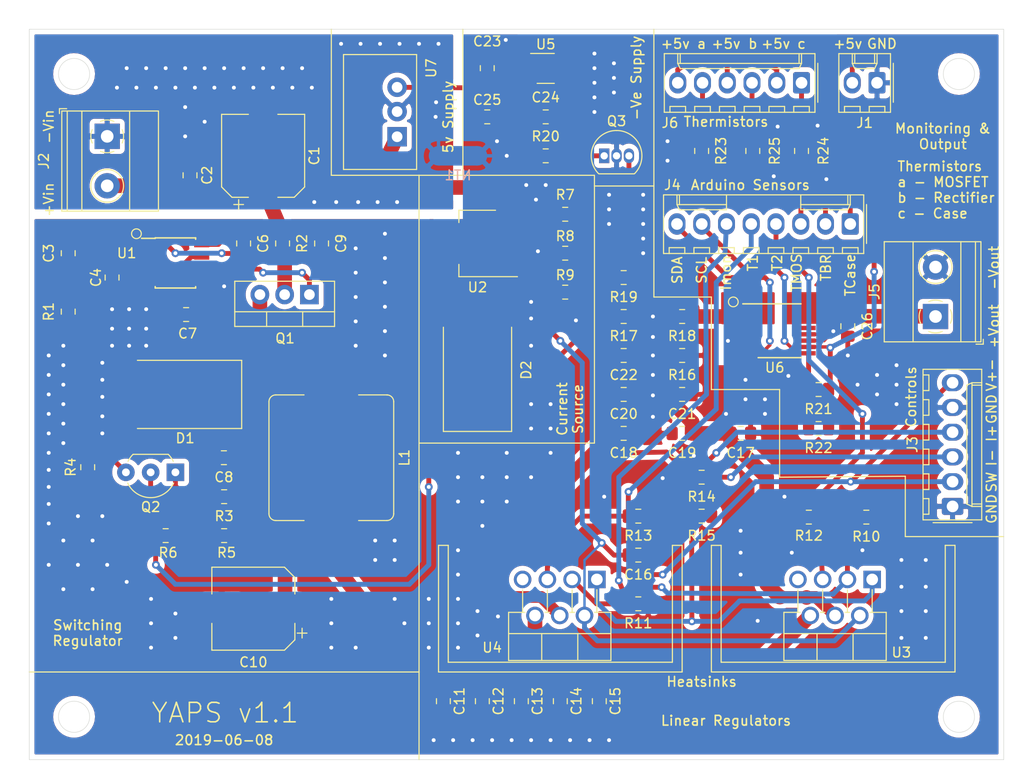
<source format=kicad_pcb>
(kicad_pcb (version 20171130) (host pcbnew "(5.1.0-0)")
  (title_block (title "YAPS - Regulated Power Supply") (date 2019-05-26) (rev 0.1) (company "Andrew Johnson"))
  (layers (0 F.Cu signal) (31 B.Cu signal) (34 B.Paste user) (35 F.Paste user) (36 B.SilkS user) (37 F.SilkS user) (38 B.Mask user) (39 F.Mask user) (44 Edge.Cuts user))
  (net 0 "")
  (net 1 VCC)
  (net 2 "Net-(C3-Pad2)")
  (net 3 "Net-(C3-Pad1)")
  (net 4 "Net-(C4-Pad2)")
  (net 5 "Net-(C6-Pad2)")
  (net 6 "Net-(C7-Pad2)")
  (net 7 "Net-(C7-Pad1)")
  (net 8 "Net-(C8-Pad2)")
  (net 9 "/Linear Regulator 1/REGin")
  (net 10 /ON-OFF)
  (net 11 "Net-(C17-Pad1)")
  (net 12 /ICTRL+)
  (net 13 /REG5V)
  (net 14 "Net-(C24-Pad2)")
  (net 15 "Net-(C24-Pad1)")
  (net 16 "Net-(C25-Pad1)")
  (net 17 "/Output Monitoring/POUT")
  (net 18 "/Current Source/CSout")
  (net 19 /ICTRL-)
  (net 20 /T1OUT)
  (net 21 /T2OUT)
  (net 22 /TMOSOUT)
  (net 23 /TBROUT)
  (net 24 /TCASEOUT)
  (net 25 /IMON)
  (net 26 /SCL)
  (net 27 /SDA)
  (net 28 "Net-(Q2-Pad2)")
  (net 29 "Net-(Q3-Pad1)")
  (net 30 "Net-(R7-Pad2)")
  (net 31 "Net-(R8-Pad1)")
  (net 32 "Net-(R15-Pad2)")
  (net 33 "Net-(U3-Pad7)")
  (net 34 "Net-(U4-Pad7)")
  (net 35 "Net-(U6-Pad7)")
  (net 36 "Net-(U6-Pad13)")
  (net 37 GNDPWR)
  (net 38 GNDS)
  (net 39 "Net-(Q1-Pad1)")
  (module Capacitor_SMD:CP_Elec_8x10 (layer F.Cu) (at 84 63 90)
    (fp_text reference C1 (at 0 5.25 90) (layer F.SilkS))
    (fp_text value 100uF)
    (pad 2 smd roundrect (at 3.25 0 90) (size 3.5 2.5) (layers F.Cu F.Paste F.Mask) (roundrect_rratio 0.1) (net 37 GNDPWR))
    (pad 1 smd roundrect (at -3.25 0 90) (size 3.5 2.5) (layers F.Cu F.Paste F.Mask) (roundrect_rratio 0.1) (net 1 VCC))
  )
  (module Resistor_SMD:R_0805_2012Metric_Pad1.15x1.40mm_HandSolder (layer F.Cu) (at 76.5 65 90)
    (fp_text reference C2 (at 0 1.75 90) (layer F.SilkS))
    (fp_text value 0.1uF)
    (pad 1 smd roundrect (at -1.025 0 90) (size 1.15 1.4) (layers F.Cu F.Paste F.Mask) (roundrect_rratio 0.217391) (net 1 VCC))
    (pad 2 smd roundrect (at 1.025 0 90) (size 1.15 1.4) (layers F.Cu F.Paste F.Mask) (roundrect_rratio 0.217391) (net 37 GNDPWR))
  )
  (module Capacitor_SMD:C_0805_2012Metric_Pad1.15x1.40mm_HandSolder (layer F.Cu) (at 64 73 270)
    (fp_text reference C3 (at 0 2 270) (layer F.SilkS))
    (fp_text value 470pF)
    (pad 2 smd roundrect (at 1.025 0 270) (size 1.15 1.4) (layers F.Cu F.Paste F.Mask) (roundrect_rratio 0.217391) (net 2 "Net-(C3-Pad2)"))
    (pad 1 smd roundrect (at -1.025 0 270) (size 1.15 1.4) (layers F.Cu F.Paste F.Mask) (roundrect_rratio 0.217391) (net 3 "Net-(C3-Pad1)"))
  )
  (module Capacitor_SMD:C_0805_2012Metric_Pad1.15x1.40mm_HandSolder (layer F.Cu) (at 68.5 75.5 90)
    (fp_text reference C4 (at 0 -1.65 90) (layer F.SilkS))
    (fp_text value 100pF)
    (pad 1 smd roundrect (at -1.025 0 90) (size 1.15 1.4) (layers F.Cu F.Paste F.Mask) (roundrect_rratio 0.217391) (net 38 GNDS))
    (pad 2 smd roundrect (at 1.025 0 90) (size 1.15 1.4) (layers F.Cu F.Paste F.Mask) (roundrect_rratio 0.217391) (net 4 "Net-(C4-Pad2)"))
  )
  (module Capacitor_SMD:C_0805_2012Metric_Pad1.15x1.40mm_HandSolder (layer F.Cu) (at 82 72 270)
    (fp_text reference C6 (at 0 -2 270) (layer F.SilkS))
    (fp_text value 1nF)
    (pad 2 smd roundrect (at 1.025 0 270) (size 1.15 1.4) (layers F.Cu F.Paste F.Mask) (roundrect_rratio 0.217391) (net 5 "Net-(C6-Pad2)"))
    (pad 1 smd roundrect (at -1.025 0 270) (size 1.15 1.4) (layers F.Cu F.Paste F.Mask) (roundrect_rratio 0.217391) (net 1 VCC))
  )
  (module Resistor_SMD:R_0805_2012Metric_Pad1.15x1.40mm_HandSolder (layer F.Cu) (at 76.1 79.3)
    (fp_text reference C7 (at 0.15 1.95) (layer F.SilkS))
    (fp_text value 0.1uF)
    (pad 2 smd roundrect (at 1.025 0) (size 1.15 1.4) (layers F.Cu F.Paste F.Mask) (roundrect_rratio 0.217391) (net 6 "Net-(C7-Pad2)"))
    (pad 1 smd roundrect (at -1.025 0) (size 1.15 1.4) (layers F.Cu F.Paste F.Mask) (roundrect_rratio 0.217391) (net 7 "Net-(C7-Pad1)"))
  )
  (module Capacitor_SMD:C_0805_2012Metric_Pad1.15x1.40mm_HandSolder (layer F.Cu) (at 79.975 94 180)
    (fp_text reference C8 (at 0 -2 180) (layer F.SilkS))
    (fp_text value 1nF)
    (pad 2 smd roundrect (at 1.025 0 180) (size 1.15 1.4) (layers F.Cu F.Paste F.Mask) (roundrect_rratio 0.217391) (net 8 "Net-(C8-Pad2)"))
    (pad 1 smd roundrect (at -1.025 0 180) (size 1.15 1.4) (layers F.Cu F.Paste F.Mask) (roundrect_rratio 0.217391) (net 9 "/Linear Regulator 1/REGin"))
  )
  (module Capacitor_SMD:C_0805_2012Metric_Pad1.15x1.40mm_HandSolder (layer F.Cu) (at 90 72 90)
    (fp_text reference C9 (at 0 2 90) (layer F.SilkS))
    (fp_text value 1nF)
    (pad 1 smd roundrect (at -1.025 0 90) (size 1.15 1.4) (layers F.Cu F.Paste F.Mask) (roundrect_rratio 0.217391) (net 38 GNDS))
    (pad 2 smd roundrect (at 1.025 0 90) (size 1.15 1.4) (layers F.Cu F.Paste F.Mask) (roundrect_rratio 0.217391) (net 1 VCC))
  )
  (module Capacitor_SMD:CP_Elec_8x10 (layer F.Cu) (at 83 109.5 180)
    (fp_text reference C10 (at 0 -5.5 180) (layer F.SilkS))
    (fp_text value 100uF)
    (pad 1 smd roundrect (at -3.25 0 180) (size 3.5 2.5) (layers F.Cu F.Paste F.Mask) (roundrect_rratio 0.1) (net 9 "/Linear Regulator 1/REGin"))
    (pad 2 smd roundrect (at 3.25 0 180) (size 3.5 2.5) (layers F.Cu F.Paste F.Mask) (roundrect_rratio 0.1) (net 38 GNDS))
  )
  (module Capacitor_SMD:C_0805_2012Metric_Pad1.15x1.40mm_HandSolder (layer F.Cu) (at 102.5 119 270)
    (fp_text reference C11 (at 0 -1.65 270) (layer F.SilkS))
    (fp_text value 10uF)
    (pad 2 smd roundrect (at 1.025 0 270) (size 1.15 1.4) (layers F.Cu F.Paste F.Mask) (roundrect_rratio 0.217391) (net 38 GNDS))
    (pad 1 smd roundrect (at -1.025 0 270) (size 1.15 1.4) (layers F.Cu F.Paste F.Mask) (roundrect_rratio 0.217391) (net 9 "/Linear Regulator 1/REGin"))
  )
  (module Capacitor_SMD:C_0805_2012Metric_Pad1.15x1.40mm_HandSolder (layer F.Cu) (at 106.5 119 270)
    (fp_text reference C12 (at 0 -1.65 270) (layer F.SilkS))
    (fp_text value 10uF)
    (pad 2 smd roundrect (at 1.025 0 270) (size 1.15 1.4) (layers F.Cu F.Paste F.Mask) (roundrect_rratio 0.217391) (net 38 GNDS))
    (pad 1 smd roundrect (at -1.025 0 270) (size 1.15 1.4) (layers F.Cu F.Paste F.Mask) (roundrect_rratio 0.217391) (net 9 "/Linear Regulator 1/REGin"))
  )
  (module Capacitor_SMD:C_0805_2012Metric_Pad1.15x1.40mm_HandSolder (layer F.Cu) (at 110.5 119 270)
    (fp_text reference C13 (at 0 -1.65 270) (layer F.SilkS))
    (fp_text value 10uF)
    (pad 1 smd roundrect (at -1.025 0 270) (size 1.15 1.4) (layers F.Cu F.Paste F.Mask) (roundrect_rratio 0.217391) (net 9 "/Linear Regulator 1/REGin"))
    (pad 2 smd roundrect (at 1.025 0 270) (size 1.15 1.4) (layers F.Cu F.Paste F.Mask) (roundrect_rratio 0.217391) (net 38 GNDS))
  )
  (module Capacitor_SMD:C_0805_2012Metric_Pad1.15x1.40mm_HandSolder (layer F.Cu) (at 114.5 119 270)
    (fp_text reference C14 (at 0 -1.65 270) (layer F.SilkS))
    (fp_text value 10uF)
    (pad 1 smd roundrect (at -1.025 0 270) (size 1.15 1.4) (layers F.Cu F.Paste F.Mask) (roundrect_rratio 0.217391) (net 9 "/Linear Regulator 1/REGin"))
    (pad 2 smd roundrect (at 1.025 0 270) (size 1.15 1.4) (layers F.Cu F.Paste F.Mask) (roundrect_rratio 0.217391) (net 38 GNDS))
  )
  (module Capacitor_SMD:C_0805_2012Metric_Pad1.15x1.40mm_HandSolder (layer F.Cu) (at 118.5 119 270)
    (fp_text reference C15 (at 0 -1.65 270) (layer F.SilkS))
    (fp_text value 10uF)
    (pad 1 smd roundrect (at -1.025 0 270) (size 1.15 1.4) (layers F.Cu F.Paste F.Mask) (roundrect_rratio 0.217391) (net 9 "/Linear Regulator 1/REGin"))
    (pad 2 smd roundrect (at 1.025 0 270) (size 1.15 1.4) (layers F.Cu F.Paste F.Mask) (roundrect_rratio 0.217391) (net 38 GNDS))
  )
  (module Capacitor_SMD:C_0805_2012Metric_Pad1.15x1.40mm_HandSolder (layer F.Cu) (at 122.5 104)
    (fp_text reference C16 (at 0 2) (layer F.SilkS))
    (fp_text value 10000pF)
    (pad 1 smd roundrect (at -1.025 0) (size 1.15 1.4) (layers F.Cu F.Paste F.Mask) (roundrect_rratio 0.217391) (net 10 /ON-OFF))
    (pad 2 smd roundrect (at 1.025 0) (size 1.15 1.4) (layers F.Cu F.Paste F.Mask) (roundrect_rratio 0.217391) (net 38 GNDS))
  )
  (module Capacitor_SMD:C_0805_2012Metric_Pad1.15x1.40mm_HandSolder (layer F.Cu) (at 133 91.5)
    (fp_text reference C17 (at 0 2) (layer F.SilkS))
    (fp_text value 10uF)
    (pad 2 smd roundrect (at 1.025 0) (size 1.15 1.4) (layers F.Cu F.Paste F.Mask) (roundrect_rratio 0.217391) (net 38 GNDS))
    (pad 1 smd roundrect (at -1.025 0) (size 1.15 1.4) (layers F.Cu F.Paste F.Mask) (roundrect_rratio 0.217391) (net 11 "Net-(C17-Pad1)"))
  )
  (module Capacitor_SMD:C_0805_2012Metric_Pad1.15x1.40mm_HandSolder (layer F.Cu) (at 121 91.5)
    (fp_text reference C18 (at 0 2) (layer F.SilkS))
    (fp_text value 10uF)
    (pad 1 smd roundrect (at -1.025 0) (size 1.15 1.4) (layers F.Cu F.Paste F.Mask) (roundrect_rratio 0.217391) (net 12 /ICTRL+))
    (pad 2 smd roundrect (at 1.025 0) (size 1.15 1.4) (layers F.Cu F.Paste F.Mask) (roundrect_rratio 0.217391) (net 38 GNDS))
  )
  (module Capacitor_SMD:C_0805_2012Metric_Pad1.15x1.40mm_HandSolder (layer F.Cu) (at 127 91.5 180)
    (fp_text reference C19 (at 0 -2 180) (layer F.SilkS))
    (fp_text value 10uF)
    (pad 2 smd roundrect (at 1.025 0 180) (size 1.15 1.4) (layers F.Cu F.Paste F.Mask) (roundrect_rratio 0.217391) (net 38 GNDS))
    (pad 1 smd roundrect (at -1.025 0 180) (size 1.15 1.4) (layers F.Cu F.Paste F.Mask) (roundrect_rratio 0.217391) (net 11 "Net-(C17-Pad1)"))
  )
  (module Capacitor_SMD:C_0805_2012Metric_Pad1.15x1.40mm_HandSolder (layer F.Cu) (at 121 87.5)
    (fp_text reference C20 (at 0 2) (layer F.SilkS))
    (fp_text value 10uF)
    (pad 1 smd roundrect (at -1.025 0) (size 1.15 1.4) (layers F.Cu F.Paste F.Mask) (roundrect_rratio 0.217391) (net 12 /ICTRL+))
    (pad 2 smd roundrect (at 1.025 0) (size 1.15 1.4) (layers F.Cu F.Paste F.Mask) (roundrect_rratio 0.217391) (net 38 GNDS))
  )
  (module Capacitor_SMD:C_0805_2012Metric_Pad1.15x1.40mm_HandSolder (layer F.Cu) (at 127 87.5)
    (fp_text reference C21 (at 0 2) (layer F.SilkS))
    (fp_text value 10uF)
    (pad 1 smd roundrect (at -1.025 0) (size 1.15 1.4) (layers F.Cu F.Paste F.Mask) (roundrect_rratio 0.217391) (net 11 "Net-(C17-Pad1)"))
    (pad 2 smd roundrect (at 1.025 0) (size 1.15 1.4) (layers F.Cu F.Paste F.Mask) (roundrect_rratio 0.217391) (net 38 GNDS))
  )
  (module Capacitor_SMD:C_0805_2012Metric_Pad1.15x1.40mm_HandSolder (layer F.Cu) (at 121 83.5)
    (fp_text reference C22 (at 0 2) (layer F.SilkS))
    (fp_text value 10uF)
    (pad 1 smd roundrect (at -1.025 0) (size 1.15 1.4) (layers F.Cu F.Paste F.Mask) (roundrect_rratio 0.217391) (net 12 /ICTRL+))
    (pad 2 smd roundrect (at 1.025 0) (size 1.15 1.4) (layers F.Cu F.Paste F.Mask) (roundrect_rratio 0.217391) (net 38 GNDS))
  )
  (module Capacitor_SMD:C_0805_2012Metric_Pad1.15x1.40mm_HandSolder (layer F.Cu) (at 107 54 90)
    (fp_text reference C23 (at 2.75 0 180) (layer F.SilkS))
    (fp_text value 10uF)
    (pad 2 smd roundrect (at 1.025 0 90) (size 1.15 1.4) (layers F.Cu F.Paste F.Mask) (roundrect_rratio 0.217391) (net 38 GNDS))
    (pad 1 smd roundrect (at -1.025 0 90) (size 1.15 1.4) (layers F.Cu F.Paste F.Mask) (roundrect_rratio 0.217391) (net 13 /REG5V))
  )
  (module Capacitor_SMD:C_0805_2012Metric_Pad1.15x1.40mm_HandSolder (layer F.Cu) (at 113 59)
    (fp_text reference C24 (at 0 -2) (layer F.SilkS))
    (fp_text value 1uF)
    (pad 2 smd roundrect (at 1.025 0) (size 1.15 1.4) (layers F.Cu F.Paste F.Mask) (roundrect_rratio 0.217391) (net 14 "Net-(C24-Pad2)"))
    (pad 1 smd roundrect (at -1.025 0) (size 1.15 1.4) (layers F.Cu F.Paste F.Mask) (roundrect_rratio 0.217391) (net 15 "Net-(C24-Pad1)"))
  )
  (module Capacitor_SMD:C_0805_2012Metric_Pad1.15x1.40mm_HandSolder (layer F.Cu) (at 107 59 180)
    (fp_text reference C25 (at 0 1.75 180) (layer F.SilkS))
    (fp_text value 10uF)
    (pad 2 smd roundrect (at 1.025 0 180) (size 1.15 1.4) (layers F.Cu F.Paste F.Mask) (roundrect_rratio 0.217391) (net 38 GNDS))
    (pad 1 smd roundrect (at -1.025 0 180) (size 1.15 1.4) (layers F.Cu F.Paste F.Mask) (roundrect_rratio 0.217391) (net 16 "Net-(C25-Pad1)"))
  )
  (module Capacitor_SMD:C_0805_2012Metric_Pad1.15x1.40mm_HandSolder (layer F.Cu) (at 144 80.5 270)
    (fp_text reference C26 (at 0 -2 270) (layer F.SilkS))
    (fp_text value 1uF)
    (pad 2 smd roundrect (at 1.025 0 270) (size 1.15 1.4) (layers F.Cu F.Paste F.Mask) (roundrect_rratio 0.217391) (net 38 GNDS))
    (pad 1 smd roundrect (at -1.025 0 270) (size 1.15 1.4) (layers F.Cu F.Paste F.Mask) (roundrect_rratio 0.217391) (net 17 "/Output Monitoring/POUT"))
  )
  (module CustomFootprintLibrary:D_SMC_Handsoldering (layer F.Cu) (at 75.5 87.5 180)
    (fp_text reference D1 (at -0.5 -4.5 180) (layer F.SilkS))
    (fp_text value MBRS340T3G)
    (pad 2 smd rect (at 3.9 0 180) (size 3.6 4.5) (layers F.Cu F.Paste F.Mask) (net 38 GNDS))
    (pad 1 smd rect (at -3.9 0 180) (size 3.6 4.5) (layers F.Cu F.Paste F.Mask) (net 6 "Net-(C7-Pad2)"))
  )
  (module CustomFootprintLibrary:D_SMC_Handsoldering (layer F.Cu) (at 106 85 90)
    (fp_text reference D2 (at 0 5 90) (layer F.SilkS))
    (fp_text value MBRS340T3G)
    (pad 1 smd rect (at -3.9 0 90) (size 3.6 4.5) (layers F.Cu F.Paste F.Mask) (net 18 "/Current Source/CSout"))
    (pad 2 smd rect (at 3.9 0 90) (size 3.6 4.5) (layers F.Cu F.Paste F.Mask) (net 10 /ON-OFF))
  )
  (module Connector_Molex:Molex_KK-254_AE-6410-02A_1x02_P2.54mm_Vertical (layer F.Cu) (at 147 55.5 180)
    (fp_text reference J1 (at 1.27 -4.12 180) (layer F.SilkS))
    (fp_text value Conn_01x02)
    (pad 1 thru_hole roundrect (at 0 0 180) (size 1.74 2.2) (drill 1.2) (layers *.Cu *.Mask) (roundrect_rratio 0.143678) (net 38 GNDS))
    (pad 2 thru_hole oval (at 2.54 0 180) (size 1.74 2.2) (drill 1.2) (layers *.Cu *.Mask) (net 13 /REG5V))
  )
  (module TerminalBlock_Phoenix:TerminalBlock_Phoenix_MKDS-1,5-2-5.08_1x02_P5.08mm_Horizontal (layer F.Cu) (at 68 61 270)
    (fp_text reference J2 (at 2.54 6.5 270) (layer F.SilkS))
    (fp_text value Conn_01x02)
    (pad 1 thru_hole rect (at 0 0 270) (size 2.6 2.6) (drill 1.3) (layers *.Cu *.Mask) (net 37 GNDPWR))
    (pad 2 thru_hole circle (at 5.08 0 270) (size 2.6 2.6) (drill 1.3) (layers *.Cu *.Mask) (net 1 VCC))
  )
  (module Connector_Molex:Molex_KK-254_AE-6410-06A_1x06_P2.54mm_Vertical (layer F.Cu) (at 154.75 99 90)
    (fp_text reference J3 (at 6.35 -4.12 90) (layer F.SilkS))
    (fp_text value Conn_01x06)
    (pad 6 thru_hole oval (at 12.7 0 90) (size 1.74 2.2) (drill 1.2) (layers *.Cu *.Mask) (net 10 /ON-OFF))
    (pad 5 thru_hole oval (at 10.16 0 90) (size 1.74 2.2) (drill 1.2) (layers *.Cu *.Mask) (net 38 GNDS))
    (pad 4 thru_hole oval (at 7.62 0 90) (size 1.74 2.2) (drill 1.2) (layers *.Cu *.Mask) (net 12 /ICTRL+))
    (pad 3 thru_hole oval (at 5.08 0 90) (size 1.74 2.2) (drill 1.2) (layers *.Cu *.Mask) (net 19 /ICTRL-))
    (pad 2 thru_hole oval (at 2.54 0 90) (size 1.74 2.2) (drill 1.2) (layers *.Cu *.Mask) (net 10 /ON-OFF))
    (pad 1 thru_hole roundrect (at 0 0 90) (size 1.74 2.2) (drill 1.2) (layers *.Cu *.Mask) (roundrect_rratio 0.143678) (net 38 GNDS))
  )
  (module Connector_Molex:Molex_KK-254_AE-6410-08A_1x08_P2.54mm_Vertical (layer F.Cu) (at 144.25 70 180)
    (fp_text reference J4 (at 18.25 4 180) (layer F.SilkS))
    (fp_text value Conn_01x08)
    (pad 1 thru_hole roundrect (at 0 0 180) (size 1.74 2.2) (drill 1.2) (layers *.Cu *.Mask) (roundrect_rratio 0.143678) (net 24 /TCASEOUT))
    (pad 2 thru_hole oval (at 2.54 0 180) (size 1.74 2.2) (drill 1.2) (layers *.Cu *.Mask) (net 23 /TBROUT))
    (pad 3 thru_hole oval (at 5.08 0 180) (size 1.74 2.2) (drill 1.2) (layers *.Cu *.Mask) (net 22 /TMOSOUT))
    (pad 4 thru_hole oval (at 7.62 0 180) (size 1.74 2.2) (drill 1.2) (layers *.Cu *.Mask) (net 21 /T2OUT))
    (pad 5 thru_hole oval (at 10.16 0 180) (size 1.74 2.2) (drill 1.2) (layers *.Cu *.Mask) (net 20 /T1OUT))
    (pad 6 thru_hole oval (at 12.7 0 180) (size 1.74 2.2) (drill 1.2) (layers *.Cu *.Mask) (net 25 /IMON))
    (pad 7 thru_hole oval (at 15.24 0 180) (size 1.74 2.2) (drill 1.2) (layers *.Cu *.Mask) (net 26 /SCL))
    (pad 8 thru_hole oval (at 17.78 0 180) (size 1.74 2.2) (drill 1.2) (layers *.Cu *.Mask) (net 27 /SDA))
  )
  (module TerminalBlock_Phoenix:TerminalBlock_Phoenix_MKDS-1,5-2-5.08_1x02_P5.08mm_Horizontal (layer F.Cu) (at 153 79.5 90)
    (fp_text reference J5 (at 2.54 -6.26 90) (layer F.SilkS))
    (fp_text value Conn_01x02)
    (pad 2 thru_hole circle (at 5.08 0 90) (size 2.6 2.6) (drill 1.3) (layers *.Cu *.Mask) (net 38 GNDS))
    (pad 1 thru_hole rect (at 0 0 90) (size 2.6 2.6) (drill 1.3) (layers *.Cu *.Mask) (net 17 "/Output Monitoring/POUT"))
  )
  (module Connector_Molex:Molex_KK-254_AE-6410-06A_1x06_P2.54mm_Vertical (layer F.Cu) (at 139.25 55.5 180)
    (fp_text reference J6 (at 13.5 -4.12 180) (layer F.SilkS))
    (fp_text value Conn_01x06)
    (pad 1 thru_hole roundrect (at 0 0 180) (size 1.74 2.2) (drill 1.2) (layers *.Cu *.Mask) (roundrect_rratio 0.143678) (net 24 /TCASEOUT))
    (pad 2 thru_hole oval (at 2.54 0 180) (size 1.74 2.2) (drill 1.2) (layers *.Cu *.Mask) (net 13 /REG5V))
    (pad 3 thru_hole oval (at 5.08 0 180) (size 1.74 2.2) (drill 1.2) (layers *.Cu *.Mask) (net 23 /TBROUT))
    (pad 4 thru_hole oval (at 7.62 0 180) (size 1.74 2.2) (drill 1.2) (layers *.Cu *.Mask) (net 13 /REG5V))
    (pad 5 thru_hole oval (at 10.16 0 180) (size 1.74 2.2) (drill 1.2) (layers *.Cu *.Mask) (net 22 /TMOSOUT))
    (pad 6 thru_hole oval (at 12.7 0 180) (size 1.74 2.2) (drill 1.2) (layers *.Cu *.Mask) (net 13 /REG5V))
  )
  (module CustomFootprintLibrary:L_Bourns_SRP1245A_Handsoldering (layer F.Cu) (at 91 94 270)
    (fp_text reference L1 (at 0 -7.5 270) (layer F.SilkS))
    (fp_text value 10uH)
    (pad 1 smd rect (at -6.55 0 270) (size 5.1 5) (layers F.Cu F.Paste F.Mask) (net 6 "Net-(C7-Pad2)"))
    (pad 2 smd rect (at 6.55 0 270) (size 5.1 5) (layers F.Cu F.Paste F.Mask) (net 9 "/Linear Regulator 1/REGin"))
  )
  (module Package_TO_SOT_THT:TO-220-3_Vertical (layer F.Cu) (at 88.75 77.25 180)
    (fp_text reference Q1 (at 2.5 -4.5 180) (layer F.SilkS))
    (fp_text value IRF3205)
    (pad 1 thru_hole rect (at 0 0 180) (size 1.905 2) (drill 1.1) (layers *.Cu *.Mask) (net 39 "Net-(Q1-Pad1)"))
    (pad 2 thru_hole oval (at 2.54 0 180) (size 1.905 2) (drill 1.1) (layers *.Cu *.Mask) (net 5 "Net-(C6-Pad2)"))
    (pad 3 thru_hole oval (at 5.08 0 180) (size 1.905 2) (drill 1.1) (layers *.Cu *.Mask) (net 6 "Net-(C7-Pad2)"))
  )
  (module Package_TO_SOT_THT:TO-92_Inline (layer F.Cu) (at 119 63)
    (fp_text reference Q3 (at 1.27 -3.56) (layer F.SilkS))
    (fp_text value 2N3904)
    (pad 2 thru_hole oval (at 1.27 0) (size 1.05 1.5) (drill 0.75) (layers *.Cu *.Mask) (net 38 GNDS))
    (pad 3 thru_hole oval (at 2.54 0) (size 1.05 1.5) (drill 0.75) (layers *.Cu *.Mask) (net 18 "/Current Source/CSout"))
    (pad 1 thru_hole rect (at 0 0) (size 1.05 1.5) (drill 0.75) (layers *.Cu *.Mask) (net 29 "Net-(Q3-Pad1)"))
  )
  (module Resistor_SMD:R_0805_2012Metric_Pad1.15x1.40mm_HandSolder (layer F.Cu) (at 64 79 270)
    (fp_text reference R1 (at 0 2 270) (layer F.SilkS))
    (fp_text value 6K8)
    (pad 1 smd roundrect (at -1.025 0 270) (size 1.15 1.4) (layers F.Cu F.Paste F.Mask) (roundrect_rratio 0.217391) (net 2 "Net-(C3-Pad2)"))
    (pad 2 smd roundrect (at 1.025 0 270) (size 1.15 1.4) (layers F.Cu F.Paste F.Mask) (roundrect_rratio 0.217391) (net 38 GNDS))
  )
  (module Resistor_SMD:R_0805_2012Metric_Pad1.15x1.40mm_HandSolder (layer F.Cu) (at 86 72 270)
    (fp_text reference R2 (at 0 -2 270) (layer F.SilkS))
    (fp_text value 10m)
    (pad 2 smd roundrect (at 1.025 0 270) (size 1.15 1.4) (layers F.Cu F.Paste F.Mask) (roundrect_rratio 0.217391) (net 5 "Net-(C6-Pad2)"))
    (pad 1 smd roundrect (at -1.025 0 270) (size 1.15 1.4) (layers F.Cu F.Paste F.Mask) (roundrect_rratio 0.217391) (net 1 VCC))
  )
  (module Resistor_SMD:R_0805_2012Metric_Pad1.15x1.40mm_HandSolder (layer F.Cu) (at 80 98 180)
    (fp_text reference R3 (at 0 -2 180) (layer F.SilkS))
    (fp_text value 1K)
    (pad 2 smd roundrect (at 1.025 0 180) (size 1.15 1.4) (layers F.Cu F.Paste F.Mask) (roundrect_rratio 0.217391) (net 8 "Net-(C8-Pad2)"))
    (pad 1 smd roundrect (at -1.025 0 180) (size 1.15 1.4) (layers F.Cu F.Paste F.Mask) (roundrect_rratio 0.217391) (net 9 "/Linear Regulator 1/REGin"))
  )
  (module Resistor_SMD:R_0805_2012Metric_Pad1.15x1.40mm_HandSolder (layer F.Cu) (at 66 94.975 270)
    (fp_text reference R4 (at 0 1.75 270) (layer F.SilkS))
    (fp_text value 5K)
    (pad 1 smd roundrect (at -1.025 0 270) (size 1.15 1.4) (layers F.Cu F.Paste F.Mask) (roundrect_rratio 0.217391) (net 4 "Net-(C4-Pad2)"))
    (pad 2 smd roundrect (at 1.025 0 270) (size 1.15 1.4) (layers F.Cu F.Paste F.Mask) (roundrect_rratio 0.217391) (net 38 GNDS))
  )
  (module Resistor_SMD:R_0805_2012Metric_Pad1.15x1.40mm_HandSolder (layer F.Cu) (at 80 102 180)
    (fp_text reference R5 (at -0.25 -1.75 180) (layer F.SilkS))
    (fp_text value 100K)
    (pad 1 smd roundrect (at -1.025 0 180) (size 1.15 1.4) (layers F.Cu F.Paste F.Mask) (roundrect_rratio 0.217391) (net 9 "/Linear Regulator 1/REGin"))
    (pad 2 smd roundrect (at 1.025 0 180) (size 1.15 1.4) (layers F.Cu F.Paste F.Mask) (roundrect_rratio 0.217391) (net 28 "Net-(Q2-Pad2)"))
  )
  (module Resistor_SMD:R_0805_2012Metric_Pad1.15x1.40mm_HandSolder (layer F.Cu) (at 74 102 180)
    (fp_text reference R6 (at -0.25 -1.75 180) (layer F.SilkS))
    (fp_text value 100K)
    (pad 2 smd roundrect (at 1.025 0 180) (size 1.15 1.4) (layers F.Cu F.Paste F.Mask) (roundrect_rratio 0.217391) (net 18 "/Current Source/CSout"))
    (pad 1 smd roundrect (at -1.025 0 180) (size 1.15 1.4) (layers F.Cu F.Paste F.Mask) (roundrect_rratio 0.217391) (net 28 "Net-(Q2-Pad2)"))
  )
  (module Resistor_SMD:R_0805_2012Metric_Pad1.15x1.40mm_HandSolder (layer F.Cu) (at 115 69 180)
    (fp_text reference R7 (at 0 2 180) (layer F.SilkS))
    (fp_text value 200)
    (pad 2 smd roundrect (at 1.025 0 180) (size 1.15 1.4) (layers F.Cu F.Paste F.Mask) (roundrect_rratio 0.217391) (net 30 "Net-(R7-Pad2)"))
    (pad 1 smd roundrect (at -1.025 0 180) (size 1.15 1.4) (layers F.Cu F.Paste F.Mask) (roundrect_rratio 0.217391) (net 10 /ON-OFF))
  )
  (module Resistor_SMD:R_0805_2012Metric_Pad1.15x1.40mm_HandSolder (layer F.Cu) (at 115 73)
    (fp_text reference R8 (at 0 -1.75) (layer F.SilkS))
    (fp_text value 47K5)
    (pad 1 smd roundrect (at -1.025 0) (size 1.15 1.4) (layers F.Cu F.Paste F.Mask) (roundrect_rratio 0.217391) (net 31 "Net-(R8-Pad1)"))
    (pad 2 smd roundrect (at 1.025 0) (size 1.15 1.4) (layers F.Cu F.Paste F.Mask) (roundrect_rratio 0.217391) (net 10 /ON-OFF))
  )
  (module Resistor_SMD:R_0805_2012Metric_Pad1.15x1.40mm_HandSolder (layer F.Cu) (at 115 77)
    (fp_text reference R9 (at 0 -1.75) (layer F.SilkS))
    (fp_text value 73K2)
    (pad 2 smd roundrect (at 1.025 0) (size 1.15 1.4) (layers F.Cu F.Paste F.Mask) (roundrect_rratio 0.217391) (net 10 /ON-OFF))
    (pad 1 smd roundrect (at -1.025 0) (size 1.15 1.4) (layers F.Cu F.Paste F.Mask) (roundrect_rratio 0.217391) (net 31 "Net-(R8-Pad1)"))
  )
  (module Resistor_SMD:R_0805_2012Metric_Pad1.15x1.40mm_HandSolder (layer F.Cu) (at 145.9 100.1)
    (fp_text reference R10 (at 0 2) (layer F.SilkS))
    (fp_text value "1K 1%")
    (pad 2 smd roundrect (at 1.025 0) (size 1.15 1.4) (layers F.Cu F.Paste F.Mask) (roundrect_rratio 0.217391) (net 38 GNDS))
    (pad 1 smd roundrect (at -1.025 0) (size 1.15 1.4) (layers F.Cu F.Paste F.Mask) (roundrect_rratio 0.217391) (net 25 /IMON))
  )
  (module Resistor_SMD:R_0805_2012Metric_Pad1.15x1.40mm_HandSolder (layer F.Cu) (at 122.5 109)
    (fp_text reference R11 (at 0 2) (layer F.SilkS))
    (fp_text value "1K 1%")
    (pad 2 smd roundrect (at 1.025 0) (size 1.15 1.4) (layers F.Cu F.Paste F.Mask) (roundrect_rratio 0.217391) (net 38 GNDS))
    (pad 1 smd roundrect (at -1.025 0) (size 1.15 1.4) (layers F.Cu F.Paste F.Mask) (roundrect_rratio 0.217391) (net 25 /IMON))
  )
  (module Resistor_SMD:R_0805_2012Metric_Pad1.15x1.40mm_HandSolder (layer F.Cu) (at 140 100.1 180)
    (fp_text reference R12 (at 0 -1.9 180) (layer F.SilkS))
    (fp_text value "10K 1%")
    (pad 2 smd roundrect (at 1.025 0 180) (size 1.15 1.4) (layers F.Cu F.Paste F.Mask) (roundrect_rratio 0.217391) (net 38 GNDS))
    (pad 1 smd roundrect (at -1.025 0 180) (size 1.15 1.4) (layers F.Cu F.Paste F.Mask) (roundrect_rratio 0.217391) (net 21 /T2OUT))
  )
  (module Resistor_SMD:R_0805_2012Metric_Pad1.15x1.40mm_HandSolder (layer F.Cu) (at 122.5 100)
    (fp_text reference R13 (at 0 2) (layer F.SilkS))
    (fp_text value "10K 1%")
    (pad 1 smd roundrect (at -1.025 0) (size 1.15 1.4) (layers F.Cu F.Paste F.Mask) (roundrect_rratio 0.217391) (net 20 /T1OUT))
    (pad 2 smd roundrect (at 1.025 0) (size 1.15 1.4) (layers F.Cu F.Paste F.Mask) (roundrect_rratio 0.217391) (net 38 GNDS))
  )
  (module Resistor_SMD:R_0805_2012Metric_Pad1.15x1.40mm_HandSolder (layer F.Cu) (at 129 96)
    (fp_text reference R14 (at 0 2) (layer F.SilkS))
    (fp_text value 3K3)
    (pad 1 smd roundrect (at -1.025 0) (size 1.15 1.4) (layers F.Cu F.Paste F.Mask) (roundrect_rratio 0.217391) (net 12 /ICTRL+))
    (pad 2 smd roundrect (at 1.025 0) (size 1.15 1.4) (layers F.Cu F.Paste F.Mask) (roundrect_rratio 0.217391) (net 19 /ICTRL-))
  )
  (module Resistor_SMD:R_0805_2012Metric_Pad1.15x1.40mm_HandSolder (layer F.Cu) (at 129 100 180)
    (fp_text reference R15 (at 0 -2 180) (layer F.SilkS))
    (fp_text value 100)
    (pad 1 smd roundrect (at -1.025 0 180) (size 1.15 1.4) (layers F.Cu F.Paste F.Mask) (roundrect_rratio 0.217391) (net 19 /ICTRL-))
    (pad 2 smd roundrect (at 1.025 0 180) (size 1.15 1.4) (layers F.Cu F.Paste F.Mask) (roundrect_rratio 0.217391) (net 32 "Net-(R15-Pad2)"))
  )
  (module Resistor_SMD:R_0805_2012Metric_Pad1.15x1.40mm_HandSolder (layer F.Cu) (at 127 83.5)
    (fp_text reference R16 (at 0 2) (layer F.SilkS))
    (fp_text value 10K)
    (pad 2 smd roundrect (at 1.025 0) (size 1.15 1.4) (layers F.Cu F.Paste F.Mask) (roundrect_rratio 0.217391) (net 38 GNDS))
    (pad 1 smd roundrect (at -1.025 0) (size 1.15 1.4) (layers F.Cu F.Paste F.Mask) (roundrect_rratio 0.217391) (net 11 "Net-(C17-Pad1)"))
  )
  (module Resistor_SMD:R_0805_2012Metric_Pad1.15x1.40mm_HandSolder (layer F.Cu) (at 121 79.5)
    (fp_text reference R17 (at 0 2) (layer F.SilkS))
    (fp_text value 10K)
    (pad 2 smd roundrect (at 1.025 0) (size 1.15 1.4) (layers F.Cu F.Paste F.Mask) (roundrect_rratio 0.217391) (net 38 GNDS))
    (pad 1 smd roundrect (at -1.025 0) (size 1.15 1.4) (layers F.Cu F.Paste F.Mask) (roundrect_rratio 0.217391) (net 12 /ICTRL+))
  )
  (module Resistor_SMD:R_0805_2012Metric_Pad1.15x1.40mm_HandSolder (layer F.Cu) (at 127 79.5 180)
    (fp_text reference R18 (at 0 -2 180) (layer F.SilkS))
    (fp_text value "15m 1%")
    (pad 1 smd roundrect (at -1.025 0 180) (size 1.15 1.4) (layers F.Cu F.Paste F.Mask) (roundrect_rratio 0.217391) (net 18 "/Current Source/CSout"))
    (pad 2 smd roundrect (at 1.025 0 180) (size 1.15 1.4) (layers F.Cu F.Paste F.Mask) (roundrect_rratio 0.217391) (net 11 "Net-(C17-Pad1)"))
  )
  (module Resistor_SMD:R_0805_2012Metric_Pad1.15x1.40mm_HandSolder (layer F.Cu) (at 121 75.5 180)
    (fp_text reference R19 (at 0 -2 180) (layer F.SilkS))
    (fp_text value "15m 1%")
    (pad 1 smd roundrect (at -1.025 0 180) (size 1.15 1.4) (layers F.Cu F.Paste F.Mask) (roundrect_rratio 0.217391) (net 18 "/Current Source/CSout"))
    (pad 2 smd roundrect (at 1.025 0 180) (size 1.15 1.4) (layers F.Cu F.Paste F.Mask) (roundrect_rratio 0.217391) (net 12 /ICTRL+))
  )
  (module Resistor_SMD:R_0805_2012Metric_Pad1.15x1.40mm_HandSolder (layer F.Cu) (at 113 63 180)
    (fp_text reference R20 (at 0 2 180) (layer F.SilkS))
    (fp_text value 220)
    (pad 2 smd roundrect (at 1.025 0 180) (size 1.15 1.4) (layers F.Cu F.Paste F.Mask) (roundrect_rratio 0.217391) (net 16 "Net-(C25-Pad1)"))
    (pad 1 smd roundrect (at -1.025 0 180) (size 1.15 1.4) (layers F.Cu F.Paste F.Mask) (roundrect_rratio 0.217391) (net 29 "Net-(Q3-Pad1)"))
  )
  (module Resistor_SMD:R_0805_2012Metric_Pad1.15x1.40mm_HandSolder (layer F.Cu) (at 141 87 180)
    (fp_text reference R21 (at 0 -2 180) (layer F.SilkS))
    (fp_text value 2K2)
    (pad 1 smd roundrect (at -1.025 0 180) (size 1.15 1.4) (layers F.Cu F.Paste F.Mask) (roundrect_rratio 0.217391) (net 13 /REG5V))
    (pad 2 smd roundrect (at 1.025 0 180) (size 1.15 1.4) (layers F.Cu F.Paste F.Mask) (roundrect_rratio 0.217391) (net 26 /SCL))
  )
  (module Resistor_SMD:R_0805_2012Metric_Pad1.15x1.40mm_HandSolder (layer F.Cu) (at 141 91 180)
    (fp_text reference R22 (at 0 -2 180) (layer F.SilkS))
    (fp_text value 2K2)
    (pad 1 smd roundrect (at -1.025 0 180) (size 1.15 1.4) (layers F.Cu F.Paste F.Mask) (roundrect_rratio 0.217391) (net 13 /REG5V))
    (pad 2 smd roundrect (at 1.025 0 180) (size 1.15 1.4) (layers F.Cu F.Paste F.Mask) (roundrect_rratio 0.217391) (net 27 /SDA))
  )
  (module Resistor_SMD:R_0805_2012Metric_Pad1.15x1.40mm_HandSolder (layer F.Cu) (at 129 62.5 90)
    (fp_text reference R23 (at 0 2 90) (layer F.SilkS))
    (fp_text value "10K 1%")
    (pad 2 smd roundrect (at 1.025 0 90) (size 1.15 1.4) (layers F.Cu F.Paste F.Mask) (roundrect_rratio 0.217391) (net 22 /TMOSOUT))
    (pad 1 smd roundrect (at -1.025 0 90) (size 1.15 1.4) (layers F.Cu F.Paste F.Mask) (roundrect_rratio 0.217391) (net 38 GNDS))
  )
  (module Resistor_SMD:R_0805_2012Metric_Pad1.15x1.40mm_HandSolder (layer F.Cu) (at 139.25 62.5 90)
    (fp_text reference R24 (at 0 2.25 90) (layer F.SilkS))
    (fp_text value "10K 1%")
    (pad 1 smd roundrect (at -1.025 0 90) (size 1.15 1.4) (layers F.Cu F.Paste F.Mask) (roundrect_rratio 0.217391) (net 38 GNDS))
    (pad 2 smd roundrect (at 1.025 0 90) (size 1.15 1.4) (layers F.Cu F.Paste F.Mask) (roundrect_rratio 0.217391) (net 24 /TCASEOUT))
  )
  (module Resistor_SMD:R_0805_2012Metric_Pad1.15x1.40mm_HandSolder (layer F.Cu) (at 134.25 62.5 90)
    (fp_text reference R25 (at 0 2.25 90) (layer F.SilkS))
    (fp_text value "10K 1%")
    (pad 1 smd roundrect (at -1.025 0 90) (size 1.15 1.4) (layers F.Cu F.Paste F.Mask) (roundrect_rratio 0.217391) (net 38 GNDS))
    (pad 2 smd roundrect (at 1.025 0 90) (size 1.15 1.4) (layers F.Cu F.Paste F.Mask) (roundrect_rratio 0.217391) (net 23 /TBROUT))
  )
  (module Package_SO:SOIC-8_3.9x4.9mm_P1.27mm (layer F.Cu) (at 75 74)
    (fp_text reference U1 (at -5 -1) (layer F.SilkS))
    (fp_text value LTC1624CS8)
    (pad 1 smd rect (at -2.7 -1.905) (size 1.55 0.6) (layers F.Cu F.Paste F.Mask) (net 5 "Net-(C6-Pad2)"))
    (pad 2 smd rect (at -2.7 -0.635) (size 1.55 0.6) (layers F.Cu F.Paste F.Mask) (net 3 "Net-(C3-Pad1)"))
    (pad 3 smd rect (at -2.7 0.635) (size 1.55 0.6) (layers F.Cu F.Paste F.Mask) (net 4 "Net-(C4-Pad2)"))
    (pad 4 smd rect (at -2.7 1.905) (size 1.55 0.6) (layers F.Cu F.Paste F.Mask) (net 38 GNDS))
    (pad 5 smd rect (at 2.7 1.905) (size 1.55 0.6) (layers F.Cu F.Paste F.Mask) (net 6 "Net-(C7-Pad2)"))
    (pad 6 smd rect (at 2.7 0.635) (size 1.55 0.6) (layers F.Cu F.Paste F.Mask) (net 39 "Net-(Q1-Pad1)"))
    (pad 7 smd rect (at 2.7 -0.635) (size 1.55 0.6) (layers F.Cu F.Paste F.Mask) (net 7 "Net-(C7-Pad1)"))
    (pad 8 smd rect (at 2.7 -1.905) (size 1.55 0.6) (layers F.Cu F.Paste F.Mask) (net 1 VCC))
  )
  (module Package_TO_SOT_SMD:SOT-223-3_TabPin2 (layer F.Cu) (at 106 72 180)
    (fp_text reference U2 (at 0 -4.5 180) (layer F.SilkS))
    (fp_text value LT3092xSOT223)
    (pad 2 smd rect (at 3.15 0 180) (size 2 3.8) (layers F.Cu F.Paste F.Mask) (net 30 "Net-(R7-Pad2)"))
    (pad 2 smd rect (at -3.15 0 180) (size 2 1.5) (layers F.Cu F.Paste F.Mask) (net 30 "Net-(R7-Pad2)"))
    (pad 3 smd rect (at -3.15 2.3 180) (size 2 1.5) (layers F.Cu F.Paste F.Mask) (net 1 VCC))
    (pad 1 smd rect (at -3.15 -2.3 180) (size 2 1.5) (layers F.Cu F.Paste F.Mask) (net 31 "Net-(R8-Pad1)"))
  )
  (module Package_TO_SOT_SMD:TSOT-23-6_HandSoldering (layer F.Cu) (at 113 54)
    (fp_text reference U5 (at 0 -2.45) (layer F.SilkS))
    (fp_text value LTC1983-3)
    (pad 1 smd rect (at -1.71 -0.95) (size 2 0.65) (layers F.Cu F.Paste F.Mask) (net 13 /REG5V))
    (pad 2 smd rect (at -1.71 0) (size 2 0.65) (layers F.Cu F.Paste F.Mask) (net 16 "Net-(C25-Pad1)"))
    (pad 3 smd rect (at -1.71 0.95) (size 2 0.65) (layers F.Cu F.Paste F.Mask) (net 15 "Net-(C24-Pad1)"))
    (pad 4 smd rect (at 1.71 0.95) (size 2 0.65) (layers F.Cu F.Paste F.Mask) (net 14 "Net-(C24-Pad2)"))
    (pad 5 smd rect (at 1.71 0) (size 2 0.65) (layers F.Cu F.Paste F.Mask) (net 38 GNDS))
    (pad 6 smd rect (at 1.71 -0.95) (size 2 0.65) (layers F.Cu F.Paste F.Mask) (net 13 /REG5V))
  )
  (module Package_SO:TSSOP-16_4.4x5mm_P0.65mm (layer F.Cu) (at 137 81)
    (fp_text reference U6 (at -0.5 3.75) (layer F.SilkS))
    (fp_text value INA260)
    (pad 1 smd rect (at -2.95 -2.275) (size 1.5 0.45) (layers F.Cu F.Paste F.Mask) (net 18 "/Current Source/CSout"))
    (pad 2 smd rect (at -2.95 -1.625) (size 1.5 0.45) (layers F.Cu F.Paste F.Mask) (net 18 "/Current Source/CSout"))
    (pad 3 smd rect (at -2.95 -0.975) (size 1.5 0.45) (layers F.Cu F.Paste F.Mask) (net 18 "/Current Source/CSout"))
    (pad 4 smd rect (at -2.95 -0.325) (size 1.5 0.45) (layers F.Cu F.Paste F.Mask) (net 38 GNDS))
    (pad 5 smd rect (at -2.95 0.325) (size 1.5 0.45) (layers F.Cu F.Paste F.Mask) (net 38 GNDS))
    (pad 6 smd rect (at -2.95 0.975) (size 1.5 0.45) (layers F.Cu F.Paste F.Mask) (net 38 GNDS))
    (pad 7 smd rect (at -2.95 1.625) (size 1.5 0.45) (layers F.Cu F.Paste F.Mask) (net 35 "Net-(U6-Pad7)"))
    (pad 8 smd rect (at -2.95 2.275) (size 1.5 0.45) (layers F.Cu F.Paste F.Mask) (net 27 /SDA))
    (pad 9 smd rect (at 2.95 2.275) (size 1.5 0.45) (layers F.Cu F.Paste F.Mask) (net 26 /SCL))
    (pad 10 smd rect (at 2.95 1.625) (size 1.5 0.45) (layers F.Cu F.Paste F.Mask) (net 13 /REG5V))
    (pad 11 smd rect (at 2.95 0.975) (size 1.5 0.45) (layers F.Cu F.Paste F.Mask) (net 38 GNDS))
    (pad 12 smd rect (at 2.95 0.325) (size 1.5 0.45) (layers F.Cu F.Paste F.Mask) (net 17 "/Output Monitoring/POUT"))
    (pad 13 smd rect (at 2.95 -0.325) (size 1.5 0.45) (layers F.Cu F.Paste F.Mask) (net 36 "Net-(U6-Pad13)"))
    (pad 14 smd rect (at 2.95 -0.975) (size 1.5 0.45) (layers F.Cu F.Paste F.Mask) (net 17 "/Output Monitoring/POUT"))
    (pad 15 smd rect (at 2.95 -1.625) (size 1.5 0.45) (layers F.Cu F.Paste F.Mask) (net 17 "/Output Monitoring/POUT"))
    (pad 16 smd rect (at 2.95 -2.275) (size 1.5 0.45) (layers F.Cu F.Paste F.Mask) (net 17 "/Output Monitoring/POUT"))
  )
  (module NetTie:NetTie-2_SMD_Pad2.0mm (layer B.Cu) (at 104 63)
    (fp_text reference NT1 (at 0 2) (layer B.SilkS) (effects (justify mirror)))
    (fp_text value Net-Tie_2)
    (fp_poly (pts (xy -2 1) (xy 2 1) (xy 2 -1) (xy -2 -1)) (layer B.Cu) (width 0))
    (pad 1 smd circle (at -2 0) (size 2 2) (layers B.Cu) (net 37 GNDPWR))
    (pad 2 smd circle (at 2 0) (size 2 2) (layers B.Cu) (net 38 GNDS))
  )
  (module CustomFootprintLibrary:TO-92_Inline_Wide (layer F.Cu) (at 75 95.5 180)
    (fp_text reference Q2 (at 2.54 -3.56 180) (layer F.SilkS))
    (fp_text value 2N3906)
    (pad 2 thru_hole circle (at 2.54 0 270) (size 1.8 1.8) (drill 0.8) (layers *.Cu *.Mask) (net 28 "Net-(Q2-Pad2)"))
    (pad 3 thru_hole circle (at 5.08 0 270) (size 1.8 1.8) (drill 0.8) (layers *.Cu *.Mask) (net 4 "Net-(C4-Pad2)"))
    (pad 1 thru_hole rect (at 0 0 270) (size 1.8 1.8) (drill 0.8) (layers *.Cu *.Mask) (net 8 "Net-(C8-Pad2)"))
  )
  (module Package_TO_SOT_THT:TO-220F-7_P2.54x3.7mm_StaggerOdd_Lead3.5mm_Vertical (layer F.Cu) (at 146.5 106.5 180)
    (fp_text reference U3 (at -3 -7.5 180) (layer F.SilkS))
    (fp_text value LT3081_TO-220)
    (pad 1 thru_hole rect (at 0 0 180) (size 1.8 1.8) (drill 1.2) (layers *.Cu *.Mask) (net 32 "Net-(R15-Pad2)"))
    (pad 2 thru_hole oval (at 1.27 -3.7 180) (size 1.8 1.8) (drill 1.2) (layers *.Cu *.Mask) (net 10 /ON-OFF))
    (pad 3 thru_hole oval (at 2.54 0 180) (size 1.8 1.8) (drill 1.2) (layers *.Cu *.Mask) (net 25 /IMON))
    (pad 4 thru_hole oval (at 3.81 -3.7 180) (size 1.8 1.8) (drill 1.2) (layers *.Cu *.Mask) (net 11 "Net-(C17-Pad1)"))
    (pad 5 thru_hole oval (at 5.08 0 180) (size 1.8 1.8) (drill 1.2) (layers *.Cu *.Mask) (net 21 /T2OUT))
    (pad 6 thru_hole oval (at 6.35 -3.7 180) (size 1.8 1.8) (drill 1.2) (layers *.Cu *.Mask) (net 9 "/Linear Regulator 1/REGin"))
    (pad 7 thru_hole oval (at 7.62 0 180) (size 1.8 1.8) (drill 1.2) (layers *.Cu *.Mask) (net 33 "Net-(U3-Pad7)"))
  )
  (module Package_TO_SOT_THT:TO-220F-7_P2.54x3.7mm_StaggerOdd_Lead3.5mm_Vertical (layer F.Cu) (at 118.25 106.5 180)
    (fp_text reference U4 (at 10.75 -7 180) (layer F.SilkS))
    (fp_text value LT3081_TO-220)
    (pad 7 thru_hole oval (at 7.62 0 180) (size 1.8 1.8) (drill 1.2) (layers *.Cu *.Mask) (net 34 "Net-(U4-Pad7)"))
    (pad 6 thru_hole oval (at 6.35 -3.7 180) (size 1.8 1.8) (drill 1.2) (layers *.Cu *.Mask) (net 9 "/Linear Regulator 1/REGin"))
    (pad 5 thru_hole oval (at 5.08 0 180) (size 1.8 1.8) (drill 1.2) (layers *.Cu *.Mask) (net 20 /T1OUT))
    (pad 4 thru_hole oval (at 3.81 -3.7 180) (size 1.8 1.8) (drill 1.2) (layers *.Cu *.Mask) (net 12 /ICTRL+))
    (pad 3 thru_hole oval (at 2.54 0 180) (size 1.8 1.8) (drill 1.2) (layers *.Cu *.Mask) (net 25 /IMON))
    (pad 2 thru_hole oval (at 1.27 -3.7 180) (size 1.8 1.8) (drill 1.2) (layers *.Cu *.Mask) (net 10 /ON-OFF))
    (pad 1 thru_hole rect (at 0 0 180) (size 1.8 1.8) (drill 1.2) (layers *.Cu *.Mask) (net 32 "Net-(R15-Pad2)"))
  )
  (module CustomFootprintLibrary:TSR1-24xx_TO-220-3 (layer F.Cu) (at 97.75 58.5 90)
    (fp_text reference U7 (at 4.5 3.5 90) (layer F.SilkS))
    (fp_text value TSR1-2450)
    (pad 1 thru_hole rect (at -2.54 0 90) (size 2 2) (drill 1.1) (layers *.Cu *.Mask) (net 1 VCC))
    (pad 2 thru_hole circle (at 0.04 0 90) (size 2 2) (drill 1.1) (layers *.Cu *.Mask) (net 37 GNDPWR))
    (pad 3 thru_hole circle (at 2.54 0 90) (size 2 2) (drill 1.1) (layers *.Cu *.Mask) (net 13 /REG5V))
  )
  (gr_text 2019-06-08 (at 80 123) (layer F.SilkS) (effects (font (size 1 1) (thickness 0.16))))
  (gr_circle (center 132.25 78) (end 132.75 78) (layer F.SilkS) (width 0.12))
  (gr_text Controls (at 150.5 87.75 90) (layer F.SilkS) (effects (font (size 1 1) (thickness 0.16))))
  (gr_text V+- (at 158.75 85.5 90) (layer F.SilkS) (effects (font (size 1 1) (thickness 0.16))))
  (gr_text I- (at 158.75 94 90) (layer F.SilkS) (effects (font (size 1 1) (thickness 0.16))))
  (gr_text I+ (at 158.75 91.5 90) (layer F.SilkS) (effects (font (size 1 1) (thickness 0.16))))
  (gr_text SW (at 158.75 96.5 90) (layer F.SilkS) (effects (font (size 1 1) (thickness 0.16))))
  (gr_text GND (at 158.75 99.25 90) (layer F.SilkS) (effects (font (size 1 1) (thickness 0.16))))
  (gr_text GND (at 158.75 89 90) (layer F.SilkS) (effects (font (size 1 1) (thickness 0.16))))
  (gr_text "Thermistors\na - MOSFET \nb - Rectifier\nc - Case" (at 149 66.5) (layer F.SilkS) (effects (font (size 1 1) (thickness 0.16)) (justify left)))
  (gr_text c (at 139.25 51.5) (layer F.SilkS) (effects (font (size 1 1) (thickness 0.16))))
  (gr_text b (at 134.25 51.5) (layer F.SilkS) (effects (font (size 1 1) (thickness 0.16))))
  (gr_text a (at 129 51.5) (layer F.SilkS) (effects (font (size 1 1) (thickness 0.16))))
  (gr_text Thermistors (at 131.5 59.5) (layer F.SilkS) (effects (font (size 1 1) (thickness 0.16))))
  (gr_text "Arduino Sensors" (at 134 66) (layer F.SilkS) (effects (font (size 1 1) (thickness 0.16))))
  (gr_text TCase (at 144.25 75.25 90) (layer F.SilkS) (effects (font (size 1 1) (thickness 0.16))))
  (gr_text TBR (at 141.75 74.5 90) (layer F.SilkS) (effects (font (size 1 1) (thickness 0.16))))
  (gr_text TMOS (at 138.75 75 90) (layer F.SilkS) (effects (font (size 1 1) (thickness 0.16))))
  (gr_text T2 (at 136.75 74 90) (layer F.SilkS) (effects (font (size 1 1) (thickness 0.16))))
  (gr_text T1 (at 134.25 74 90) (layer F.SilkS) (effects (font (size 1 1) (thickness 0.16))))
  (gr_text Imon (at 131.5 75 90) (layer F.SilkS) (effects (font (size 1 1) (thickness 0.16))))
  (gr_text SCL (at 129 74.75 90) (layer F.SilkS) (effects (font (size 1 1) (thickness 0.16))))
  (gr_text SDA (at 126.5 74.75 90) (layer F.SilkS) (effects (font (size 1 1) (thickness 0.16))))
  (gr_text -Vout (at 159 74.5 90) (layer F.SilkS) (effects (font (size 1 1) (thickness 0.16))))
  (gr_text +Vout (at 159 80.5 90) (layer F.SilkS) (effects (font (size 1 1) (thickness 0.16))))
  (gr_text GND (at 147.5 51.5) (layer F.SilkS) (effects (font (size 1 1) (thickness 0.16))))
  (gr_text +5v (at 144 51.5) (layer F.SilkS) (effects (font (size 1 1) (thickness 0.16))))
  (gr_text +5v (at 136.6 51.5) (layer F.SilkS) (effects (font (size 1 1) (thickness 0.16))))
  (gr_text +5v (at 131.5 51.5) (layer F.SilkS) (effects (font (size 1 1) (thickness 0.16))))
  (gr_text +5v (at 126.3 51.5) (layer F.SilkS) (effects (font (size 1 1) (thickness 0.16))))
  (gr_text "Monitoring &\nOutput" (at 153.75 61) (layer F.SilkS) (effects (font (size 1 1) (thickness 0.16))))
  (gr_line (start 124.1 77.5) (end 124.1 66.1) (layer F.SilkS) (width 0.12))
  (gr_line (start 130 77.5) (end 124.1 77.5) (layer F.SilkS) (width 0.12))
  (gr_line (start 130 87) (end 130 77.5) (layer F.SilkS) (width 0.12))
  (gr_line (start 137 87) (end 130 87) (layer F.SilkS) (width 0.12))
  (gr_line (start 137 96) (end 137 87) (layer F.SilkS) (width 0.12))
  (gr_line (start 149.9 95.9) (end 137 96) (layer F.SilkS) (width 0.12))
  (gr_line (start 149.9 102.1) (end 149.9 95.9) (layer F.SilkS) (width 0.12))
  (gr_line (start 160 102.1) (end 149.9 102.1) (layer F.SilkS) (width 0.12))
  (gr_text "-Ve Supply" (at 122.3 55 90) (layer F.SilkS) (effects (font (size 1 1) (thickness 0.16))))
  (gr_line (start 124.1 66.1) (end 124.1 50) (layer F.SilkS) (width 0.12))
  (gr_line (start 118 66.1) (end 124.1 66.1) (layer F.SilkS) (width 0.12))
  (gr_text "Linear Regulators" (at 131.5 121) (layer F.SilkS) (effects (font (size 1 1) (thickness 0.16))))
  (gr_text "YAPS v1.1" (at 80.1 120.2) (layer F.SilkS) (effects (font (size 2 2) (thickness 0.16))))
  (gr_line (start 100 116) (end 100 125) (layer F.SilkS) (width 0.12))
  (gr_line (start 104.5 65) (end 104.5 50) (layer F.SilkS) (width 0.12))
  (gr_text "5v Supply" (at 103 59 90) (layer F.SilkS) (effects (font (size 1 1) (thickness 0.16))))
  (gr_text "Current\nSource" (at 115.5 89 90) (layer F.SilkS) (effects (font (size 1 1) (thickness 0.16))))
  (gr_line (start 118 92.5) (end 100 92.5) (layer F.SilkS) (width 0.12))
  (gr_line (start 118 65) (end 118 92.5) (layer F.SilkS) (width 0.12))
  (gr_line (start 100 65) (end 118 65) (layer F.SilkS) (width 0.12))
  (gr_text Heatsinks (at 129 117) (layer F.SilkS) (effects (font (size 1 1) (thickness 0.16))))
  (gr_line (start 100 65) (end 100 116) (layer F.SilkS) (width 0.12))
  (gr_line (start 91 65) (end 91 50) (layer F.SilkS) (width 0.12))
  (gr_line (start 100 65) (end 91 65) (layer F.SilkS) (width 0.12))
  (gr_line (start 155 116) (end 155 103) (layer F.SilkS) (width 0.12))
  (gr_line (start 131 103) (end 130 103) (layer F.SilkS) (width 0.12))
  (gr_line (start 130 116) (end 155 116) (layer F.SilkS) (width 0.12))
  (gr_line (start 130 103) (end 130 116) (layer F.SilkS) (width 0.12))
  (gr_line (start 155 103) (end 154 103) (layer F.SilkS) (width 0.12))
  (gr_line (start 154 115) (end 131 115) (layer F.SilkS) (width 0.12))
  (gr_line (start 154 103) (end 154 115) (layer F.SilkS) (width 0.12))
  (gr_line (start 131 115) (end 131 103) (layer F.SilkS) (width 0.12))
  (gr_line (start 102 103) (end 102 116) (layer F.SilkS) (width 0.12))
  (gr_line (start 103 103) (end 102 103) (layer F.SilkS) (width 0.12))
  (gr_line (start 103 115) (end 103 103) (layer F.SilkS) (width 0.12))
  (gr_line (start 126 115) (end 103 115) (layer F.SilkS) (width 0.12))
  (gr_line (start 126 103) (end 126 115) (layer F.SilkS) (width 0.12))
  (gr_line (start 127 103) (end 126 103) (layer F.SilkS) (width 0.12))
  (gr_line (start 127 116) (end 127 103) (layer F.SilkS) (width 0.12))
  (gr_line (start 102 116) (end 127 116) (layer F.SilkS) (width 0.12))
  (gr_text "Switching\nRegulator" (at 66 112) (layer F.SilkS) (effects (font (size 1 1) (thickness 0.16))))
  (gr_line (start 60 116) (end 100 116) (layer F.SilkS) (width 0.12))
  (gr_circle (center 71 71) (end 71.5 71) (layer F.SilkS) (width 0.12))
  (gr_text -Vin (at 62 60 90) (layer F.SilkS) (effects (font (size 1 1))))
  (gr_text +Vin (at 62 67.5 90) (layer F.SilkS) (effects (font (size 1 1))))
  (gr_circle (center 155.4 120.6) (end 157 120.6) (layer Edge.Cuts) (width 0.05))
  (gr_circle (center 64.6 120.6) (end 66.2 120.6) (layer Edge.Cuts) (width 0.05))
  (gr_circle (center 155.4 54.6) (end 157 54.6) (layer Edge.Cuts) (width 0.05))
  (gr_circle (center 64.6 54.6) (end 66.2 54.6) (layer Edge.Cuts) (width 0.05))
  (gr_line (start 60 125) (end 60 50) (layer Edge.Cuts) (width 0.05))
  (gr_line (start 160 125) (end 60 125) (layer Edge.Cuts) (width 0.05))
  (gr_line (start 160 50) (end 160 125) (layer Edge.Cuts) (width 0.05))
  (gr_line (start 60 50) (end 160 50) (layer Edge.Cuts) (width 0.05))
  (segment (start 82 70.975) (end 80.525 70.975) (width 0.5) (layer F.Cu) (net 1))
  (segment (start 79.405 72.095) (end 77.7 72.095) (width 0.5) (layer F.Cu) (net 1))
  (segment (start 80.525 70.975) (end 79.405 72.095) (width 0.5) (layer F.Cu) (net 1))
  (segment (start 82 70.975) (end 86 70.975) (width 0.5) (layer F.Cu) (net 1))
  (segment (start 86 70.975) (end 90 70.975) (width 0.5) (layer F.Cu) (net 1))
  (segment (start 84.35 66.25) (end 83 66.25) (width 1.5) (layer F.Cu) (net 1))
  (segment (start 109.15 67.45) (end 107.95 66.25) (width 1.5) (layer F.Cu) (net 1))
  (segment (start 109.15 69.7) (end 109.15 67.45) (width 1.5) (layer F.Cu) (net 1))
  (segment (start 96.75 66.25) (end 84.35 66.25) (width 1.5) (layer F.Cu) (net 1))
  (segment (start 107.95 66.25) (end 96.75 66.25) (width 1.5) (layer F.Cu) (net 1))
  (segment (start 68 66.08) (end 75.5 66.025) (width 1.5) (layer F.Cu) (net 1))
  (segment (start 82.775 66.025) (end 83 66.25) (width 1.5) (layer F.Cu) (net 1))
  (segment (start 75.5 66.025) (end 82.775 66.025) (width 1.5) (layer F.Cu) (net 1))
  (segment (start 84 66.25) (end 86 70.975) (width 1.5) (layer F.Cu) (net 1))
  (segment (start 95.25 66.25) (end 89.25 66.25) (width 1.5) (layer F.Cu) (net 1))
  (segment (start 97.75 61.04) (end 95.25 66.25) (width 1.5) (layer F.Cu) (net 1))
  (segment (start 64 74.025) (end 64 77.975) (width 0.5) (layer F.Cu) (net 2))
  (segment (start 72.3 73.365) (end 69.365 73.365) (width 0.5) (layer F.Cu) (net 3))
  (segment (start 67.975 71.975) (end 64 71.975) (width 0.5) (layer F.Cu) (net 3))
  (segment (start 69.365 73.365) (end 67.975 71.975) (width 0.5) (layer F.Cu) (net 3))
  (segment (start 68.66 74.635) (end 68.5 74.475) (width 0.25) (layer F.Cu) (net 4))
  (segment (start 72.3 74.635) (end 68.66 74.635) (width 0.5) (layer F.Cu) (net 4))
  (segment (start 68.5 74.475) (end 67.7 74.475) (width 0.25) (layer F.Cu) (net 4))
  (segment (start 68.37 93.95) (end 66 93.95) (width 0.5) (layer F.Cu) (net 4))
  (segment (start 69.92 95.5) (end 68.37 93.95) (width 0.5) (layer F.Cu) (net 4))
  (segment (start 66 75.75) (end 66 93.95) (width 0.5) (layer F.Cu) (net 4))
  (segment (start 67.7 74.475) (end 66 75.75) (width 0.5) (layer F.Cu) (net 4))
  (segment (start 82.8 73.025) (end 82.825 73) (width 0.25) (layer F.Cu) (net 5))
  (segment (start 82 73.025) (end 82.8 73.025) (width 0.25) (layer F.Cu) (net 5))
  (segment (start 82 73.025) (end 86 73.025) (width 0.5) (layer F.Cu) (net 5))
  (via (at 79.75 73) (size 0.8) (drill 0.4) (layers F.Cu B.Cu) (net 5))
  (segment (start 79.775 73.025) (end 79.75 73) (width 0.25) (layer F.Cu) (net 5))
  (segment (start 82 73.025) (end 79.775 73.025) (width 0.5) (layer F.Cu) (net 5))
  (via (at 75 73) (size 0.8) (drill 0.4) (layers F.Cu B.Cu) (net 5))
  (segment (start 79.75 73) (end 75 73) (width 0.5) (layer B.Cu) (net 5))
  (segment (start 74.095 72.095) (end 72.3 72.095) (width 0.5) (layer F.Cu) (net 5))
  (segment (start 75 73) (end 74.095 72.095) (width 0.5) (layer F.Cu) (net 5))
  (segment (start 86.21 73.235) (end 86 73.025) (width 1.5) (layer F.Cu) (net 5))
  (segment (start 86.21 77.25) (end 86.21 73.235) (width 1.5) (layer F.Cu) (net 5))
  (segment (start 77.7 76.455) (end 79.5 78.255) (width 0.5) (layer F.Cu) (net 6))
  (segment (start 77.7 75.905) (end 77.7 76.455) (width 0.5) (layer F.Cu) (net 6))
  (segment (start 79.5 78.255) (end 79.5 80.5) (width 0.5) (layer F.Cu) (net 6))
  (segment (start 79.5 80.5) (end 80.5 81.5) (width 0.5) (layer F.Cu) (net 6))
  (segment (start 80.5 81.5) (end 83.5 81.5) (width 0.5) (layer F.Cu) (net 6))
  (segment (start 77.125 79.3) (end 80.325 82.5) (width 0.5) (layer F.Cu) (net 6))
  (segment (start 80.325 82.5) (end 83.5 82.5) (width 0.5) (layer F.Cu) (net 6))
  (segment (start 83.67 83.23) (end 79.4 87.5) (width 1.5) (layer F.Cu) (net 6))
  (segment (start 83.67 77.25) (end 83.67 83.23) (width 1.5) (layer F.Cu) (net 6))
  (segment (start 91 87.4) (end 91 87.45) (width 1.5) (layer F.Cu) (net 6))
  (segment (start 86.83 83.23) (end 91 87.4) (width 1.5) (layer F.Cu) (net 6))
  (segment (start 83.67 83.23) (end 86.83 83.23) (width 1.5) (layer F.Cu) (net 6))
  (segment (start 75 79.225) (end 75.075 79.3) (width 0.25) (layer F.Cu) (net 7))
  (segment (start 75 75) (end 75 79.225) (width 0.5) (layer F.Cu) (net 7))
  (segment (start 76.635 73.365) (end 75 75) (width 0.5) (layer F.Cu) (net 7))
  (segment (start 77.7 73.365) (end 76.635 73.365) (width 0.5) (layer F.Cu) (net 7))
  (segment (start 78.95 97.975) (end 78.975 98) (width 0.25) (layer F.Cu) (net 8))
  (segment (start 78.95 94) (end 78.95 97.975) (width 0.5) (layer F.Cu) (net 8))
  (segment (start 75 96.9) (end 75 95.5) (width 0.5) (layer F.Cu) (net 8))
  (segment (start 76.1 98) (end 75 96.9) (width 0.5) (layer F.Cu) (net 8))
  (segment (start 78.975 98) (end 76.1 98) (width 0.5) (layer F.Cu) (net 8))
  (segment (start 81.025 102) (end 81.025 98) (width 0.5) (layer F.Cu) (net 9))
  (segment (start 81.025 94.025) (end 81 94) (width 0.25) (layer F.Cu) (net 9))
  (segment (start 81.025 98) (end 81.025 94.025) (width 0.5) (layer F.Cu) (net 9))
  (segment (start 89.55 102) (end 91 100.55) (width 0.25) (layer F.Cu) (net 9))
  (segment (start 81.025 102) (end 89.55 102) (width 0.5) (layer F.Cu) (net 9))
  (segment (start 86.25 105.3) (end 91 100.55) (width 1.5) (layer F.Cu) (net 9))
  (segment (start 86.25 109.5) (end 86.25 105.3) (width 1.5) (layer F.Cu) (net 9))
  (segment (start 91.475 101.025) (end 91 100.55) (width 1.5) (layer F.Cu) (net 9))
  (segment (start 91 104.6) (end 91 100.55) (width 1.5) (layer F.Cu) (net 9))
  (segment (start 101 117.5) (end 91 104.6) (width 1.5) (layer F.Cu) (net 9))
  (segment (start 101.475 117.975) (end 102.5 117.975) (width 1.5) (layer F.Cu) (net 9))
  (segment (start 101 117.5) (end 101.475 117.975) (width 1.5) (layer F.Cu) (net 9))
  (segment (start 102.5 117.975) (end 106.5 117.975) (width 1.5) (layer F.Cu) (net 9))
  (segment (start 106.5 117.975) (end 110.5 117.975) (width 1.5) (layer F.Cu) (net 9))
  (segment (start 110.5 117.975) (end 114.5 117.975) (width 1.5) (layer F.Cu) (net 9))
  (segment (start 114.5 117.975) (end 118.5 117.975) (width 1.5) (layer F.Cu) (net 9))
  (segment (start 132.375 117.975) (end 140.15 110.2) (width 1.5) (layer F.Cu) (net 9))
  (segment (start 126.475 117.975) (end 132.375 117.975) (width 1.5) (layer F.Cu) (net 9))
  (segment (start 118.5 117.975) (end 126.475 117.975) (width 1.5) (layer F.Cu) (net 9))
  (segment (start 122.5 115) (end 125.525 118) (width 1.5) (layer F.Cu) (net 9))
  (segment (start 114 115) (end 122.5 115) (width 1.5) (layer F.Cu) (net 9))
  (segment (start 111.9 112.9) (end 114 115) (width 1.5) (layer F.Cu) (net 9))
  (segment (start 111.9 110.2) (end 111.9 112.9) (width 1.5) (layer F.Cu) (net 9))
  (segment (start 116.025 69) (end 116.025 73) (width 0.5) (layer F.Cu) (net 10))
  (segment (start 116.025 73) (end 116.025 77) (width 0.5) (layer F.Cu) (net 10))
  (segment (start 116.025 77) (end 116.025 77.975) (width 0.5) (layer F.Cu) (net 10))
  (segment (start 112.9 81.1) (end 106 81.1) (width 0.5) (layer F.Cu) (net 10))
  (segment (start 120.03 104) (end 121.475 104) (width 0.5) (layer F.Cu) (net 10))
  (via (at 125 106) (size 0.8) (drill 0.4) (layers F.Cu B.Cu) (net 10))
  (segment (start 123.475 106) (end 123.93681 106) (width 0.5) (layer F.Cu) (net 10))
  (segment (start 121.475 104) (end 123.475 106) (width 0.5) (layer F.Cu) (net 10))
  (segment (start 123.93681 106) (end 125 106) (width 0.5) (layer F.Cu) (net 10))
  (via (at 118.75 102.75) (size 0.8) (drill 0.4) (layers F.Cu B.Cu) (net 10))
  (segment (start 120 104) (end 118.75 102.75) (width 0.5) (layer F.Cu) (net 10))
  (segment (start 120.03 104) (end 120 104) (width 0.25) (layer F.Cu) (net 10))
  (segment (start 118.75 102.75) (end 116.75 100.75) (width 0.5) (layer B.Cu) (net 10))
  (via (at 114.5 82) (size 0.8) (drill 0.4) (layers F.Cu B.Cu) (net 10))
  (segment (start 116.75 84.25) (end 114.5 82) (width 0.5) (layer B.Cu) (net 10))
  (segment (start 116.75 100.75) (end 116.75 84.25) (width 0.5) (layer B.Cu) (net 10))
  (segment (start 114.5 82) (end 113.25 80.75) (width 0.5) (layer F.Cu) (net 10))
  (segment (start 113.25 80.75) (end 112.9 81.1) (width 0.5) (layer F.Cu) (net 10))
  (segment (start 116.025 77.975) (end 113.25 80.75) (width 0.5) (layer F.Cu) (net 10))
  (segment (start 154.52 96.46) (end 154.75 96.46) (width 0.5) (layer F.Cu) (net 10))
  (segment (start 154.75 96.46) (end 154.98 96.46) (width 0.5) (layer F.Cu) (net 10))
  (segment (start 125 106) (end 134.54 96.46) (width 0.5) (layer B.Cu) (net 10))
  (segment (start 116.98 111.472792) (end 118.307208 112.8) (width 0.5) (layer B.Cu) (net 10))
  (segment (start 116.98 110.2) (end 116.98 111.472792) (width 0.5) (layer B.Cu) (net 10))
  (segment (start 142.63 112.8) (end 145.23 110.2) (width 0.5) (layer B.Cu) (net 10))
  (segment (start 118.307208 112.8) (end 142.63 112.8) (width 0.5) (layer B.Cu) (net 10))
  (segment (start 116.98 104.52) (end 118.75 102.75) (width 0.25) (layer B.Cu) (net 10))
  (segment (start 116.98 110.2) (end 116.98 104.52) (width 0.25) (layer B.Cu) (net 10))
  (segment (start 144.36 96.46) (end 144.29 96.46) (width 0.5) (layer F.Cu) (net 10))
  (via (at 144.29 96.46) (size 0.8) (drill 0.4) (layers F.Cu B.Cu) (net 10))
  (segment (start 134.54 96.46) (end 144.29 96.46) (width 0.5) (layer B.Cu) (net 10))
  (segment (start 154.52 86.3) (end 144.36 96.46) (width 0.5) (layer F.Cu) (net 10))
  (segment (start 154.75 86.3) (end 154.52 86.3) (width 0.5) (layer F.Cu) (net 10))
  (segment (start 144.29 96.46) (end 154.75 96.46) (width 0.5) (layer B.Cu) (net 10))
  (segment (start 125.975 79.5) (end 125.975 83.5) (width 1.5) (layer F.Cu) (net 11))
  (segment (start 125.975 83.5) (end 125.975 87.5) (width 1.5) (layer F.Cu) (net 11))
  (segment (start 128.025 90.7) (end 128.025 91.5) (width 1.5) (layer F.Cu) (net 11))
  (segment (start 128.025 90.35) (end 128.025 90.7) (width 1.5) (layer F.Cu) (net 11))
  (segment (start 125.975 88.3) (end 128.025 90.35) (width 1.5) (layer F.Cu) (net 11))
  (segment (start 125.975 87.5) (end 125.975 88.3) (width 1.5) (layer F.Cu) (net 11))
  (segment (start 128.025 91.5) (end 131.975 91.5) (width 1.5) (layer F.Cu) (net 11))
  (segment (start 131.975 92.3) (end 131.975 91.5) (width 1.5) (layer F.Cu) (net 11))
  (segment (start 135.675 96) (end 131.975 92.3) (width 1.5) (layer F.Cu) (net 11))
  (segment (start 139.768003 108.349999) (end 139.768001 108.350001) (width 1.5) (layer F.Cu) (net 11))
  (segment (start 140.7 108.3) (end 137.072167 108.3) (width 1.2) (layer F.Cu) (net 11))
  (segment (start 142.69 110.2) (end 140.7 108.3) (width 1.2) (layer F.Cu) (net 11))
  (segment (start 137.072167 108.3) (end 137 108.3) (width 1.5) (layer F.Cu) (net 11))
  (segment (start 135.675 106.975) (end 135.675 96) (width 1.5) (layer F.Cu) (net 11))
  (segment (start 137 108.3) (end 135.675 106.975) (width 1.5) (layer F.Cu) (net 11))
  (segment (start 119.975 91.5) (end 119.975 87.5) (width 1.5) (layer F.Cu) (net 12))
  (segment (start 119.975 87.5) (end 119.975 83.5) (width 1.5) (layer F.Cu) (net 12))
  (segment (start 119.975 83.5) (end 119.975 79.5) (width 1.5) (layer F.Cu) (net 12))
  (segment (start 119.975 79.5) (end 119.975 75.5) (width 1.5) (layer F.Cu) (net 12))
  (via (at 130.5 93.5) (size 0.8) (drill 0.4) (layers F.Cu B.Cu) (net 12))
  (segment (start 128 96) (end 130.5 93.5) (width 0.5) (layer F.Cu) (net 12))
  (segment (start 127.975 96) (end 128 96) (width 0.5) (layer F.Cu) (net 12))
  (segment (start 132.62 91.38) (end 154.75 91.38) (width 0.5) (layer B.Cu) (net 12))
  (segment (start 130.5 93.5) (end 132.62 91.38) (width 0.5) (layer B.Cu) (net 12))
  (segment (start 112.54 108.3) (end 108.7 108.3) (width 1.2) (layer F.Cu) (net 12))
  (segment (start 114.44 110.2) (end 112.54 108.3) (width 1.2) (layer F.Cu) (net 12))
  (segment (start 108.7 108.3) (end 108.7 108.2) (width 1.5) (layer F.Cu) (net 12))
  (segment (start 108.7 108.2) (end 107.4 106.9) (width 1.5) (layer F.Cu) (net 12))
  (segment (start 107.4 104.075) (end 119.975 91.5) (width 1.5) (layer F.Cu) (net 12))
  (segment (start 107.4 106.9) (end 107.4 104.075) (width 1.5) (layer F.Cu) (net 12))
  (segment (start 125.3875 93.4125) (end 117.8875 93.5875) (width 0.5) (layer F.Cu) (net 12))
  (segment (start 127.975 96) (end 125.3875 93.4125) (width 0.5) (layer F.Cu) (net 12))
  (segment (start 98.895 55.92) (end 99 56.025) (width 0.25) (layer F.Cu) (net 13))
  (segment (start 108.975 53.05) (end 111.29 53.05) (width 0.5) (layer F.Cu) (net 13))
  (segment (start 107 55.025) (end 108.975 53.05) (width 0.5) (layer F.Cu) (net 13))
  (segment (start 111.29 53.05) (end 114.71 53.05) (width 0.5) (layer F.Cu) (net 13))
  (segment (start 108.975 53.05) (end 108.975 53.025) (width 0.25) (layer F.Cu) (net 13))
  (segment (start 108.975 53.025) (end 111 51) (width 0.5) (layer F.Cu) (net 13))
  (segment (start 136.71 55.27) (end 136.71 55.5) (width 0.25) (layer F.Cu) (net 13))
  (segment (start 135.75 51.02) (end 135.75 51) (width 0.25) (layer F.Cu) (net 13))
  (segment (start 125 51) (end 131.5 51) (width 0.5) (layer F.Cu) (net 13))
  (segment (start 144.46 53.46) (end 144.46 55.5) (width 0.5) (layer F.Cu) (net 13))
  (segment (start 142 51) (end 144.46 53.46) (width 0.5) (layer F.Cu) (net 13))
  (segment (start 133 51) (end 135.75 51) (width 0.5) (layer F.Cu) (net 13))
  (segment (start 131.5 51) (end 133 51) (width 0.5) (layer F.Cu) (net 13))
  (segment (start 123 51) (end 125 51) (width 0.5) (layer F.Cu) (net 13))
  (segment (start 111 51) (end 123 51) (width 0.5) (layer F.Cu) (net 13))
  (segment (start 136.71 54.15) (end 131.5 51) (width 0.5) (layer F.Cu) (net 13))
  (segment (start 136.71 55.5) (end 136.71 54.15) (width 0.5) (layer F.Cu) (net 13))
  (segment (start 131.6 51) (end 123 51) (width 0.25) (layer F.Cu) (net 13))
  (segment (start 126.55 54.15) (end 131.6 51) (width 0.5) (layer F.Cu) (net 13))
  (segment (start 126.55 55.5) (end 126.55 54.15) (width 0.5) (layer F.Cu) (net 13))
  (segment (start 131.63 54.15) (end 131.6 51) (width 0.5) (layer F.Cu) (net 13))
  (segment (start 131.63 55.5) (end 131.63 54.15) (width 0.5) (layer F.Cu) (net 13))
  (segment (start 142.2 54.2) (end 142.2 61.1) (width 0.5) (layer F.Cu) (net 13))
  (segment (start 139 51) (end 142.2 54.2) (width 0.5) (layer F.Cu) (net 13))
  (segment (start 135.75 51) (end 139 51) (width 0.5) (layer F.Cu) (net 13))
  (segment (start 139 51) (end 142 51) (width 0.5) (layer F.Cu) (net 13))
  (via (at 146.7 74.9) (size 0.8) (drill 0.4) (layers F.Cu B.Cu) (net 13))
  (segment (start 146.7 65.6) (end 146.7 74.9) (width 0.5) (layer F.Cu) (net 13))
  (segment (start 142.2 61.1) (end 146.7 65.6) (width 0.5) (layer F.Cu) (net 13))
  (via (at 142.2 82.7) (size 0.8) (drill 0.4) (layers F.Cu B.Cu) (net 13))
  (segment (start 142.125 82.625) (end 142.2 82.7) (width 0.25) (layer F.Cu) (net 13))
  (segment (start 139.95 82.625) (end 142.125 82.625) (width 0.35) (layer F.Cu) (net 13))
  (segment (start 142.2 86.825) (end 142.025 87) (width 0.5) (layer F.Cu) (net 13))
  (segment (start 142.2 82.7) (end 142.2 86.825) (width 0.5) (layer F.Cu) (net 13))
  (segment (start 142.025 87) (end 142.025 91) (width 0.5) (layer F.Cu) (net 13))
  (segment (start 146.7 80.4) (end 142.2 82.7) (width 0.5) (layer B.Cu) (net 13))
  (segment (start 146.7 74.9) (end 146.7 80.4) (width 0.5) (layer B.Cu) (net 13))
  (segment (start 106 56.025) (end 107 55.025) (width 0.5) (layer F.Cu) (net 13))
  (segment (start 97.75 55.96) (end 106 56.025) (width 0.5) (layer F.Cu) (net 13))
  (segment (start 114.71 58.315) (end 114.025 59) (width 0.5) (layer F.Cu) (net 14))
  (segment (start 114.71 54.95) (end 114.71 58.315) (width 0.5) (layer F.Cu) (net 14))
  (segment (start 111.29 58.315) (end 111.975 59) (width 0.5) (layer F.Cu) (net 15))
  (segment (start 111.29 54.95) (end 111.29 58.315) (width 0.5) (layer F.Cu) (net 15))
  (segment (start 108.025 58.2) (end 108.025 59) (width 0.25) (layer F.Cu) (net 16))
  (segment (start 110.04 54) (end 108.025 56.015) (width 0.5) (layer F.Cu) (net 16))
  (segment (start 108.025 56.015) (end 108.025 58.2) (width 0.5) (layer F.Cu) (net 16))
  (segment (start 111.29 54) (end 110.04 54) (width 0.5) (layer F.Cu) (net 16))
  (segment (start 111.975 62.95) (end 111.975 63) (width 0.25) (layer F.Cu) (net 16))
  (segment (start 108.025 59) (end 111.975 62.95) (width 0.5) (layer F.Cu) (net 16))
  (segment (start 152.475 79.475) (end 153 80) (width 1.5) (layer F.Cu) (net 17))
  (segment (start 144 79.475) (end 152.475 79.475) (width 1.5) (layer F.Cu) (net 17))
  (segment (start 143.025 79.475) (end 144 79.475) (width 1.5) (layer F.Cu) (net 17))
  (segment (start 142.025 79.475) (end 143.025 79.475) (width 1.5) (layer F.Cu) (net 17))
  (segment (start 140.875 81.325) (end 143.025 79.475) (width 0.35) (layer F.Cu) (net 17))
  (segment (start 139.95 81.325) (end 140.875 81.325) (width 0.35) (layer F.Cu) (net 17))
  (via (at 73 105) (size 0.8) (drill 0.4) (layers F.Cu B.Cu) (net 18))
  (segment (start 72.975 104.975) (end 73 105) (width 0.25) (layer F.Cu) (net 18))
  (segment (start 72.975 102) (end 72.975 104.975) (width 0.5) (layer F.Cu) (net 18))
  (segment (start 73 105) (end 75 107) (width 0.5) (layer B.Cu) (net 18))
  (segment (start 75 107) (end 99 107) (width 0.5) (layer B.Cu) (net 18))
  (via (at 101 97) (size 0.8) (drill 0.4) (layers F.Cu B.Cu) (net 18))
  (segment (start 101 105) (end 101 97) (width 0.5) (layer B.Cu) (net 18))
  (segment (start 99 107) (end 101 105) (width 0.5) (layer B.Cu) (net 18))
  (segment (start 105.55 88.9) (end 106 88.9) (width 0.25) (layer F.Cu) (net 18))
  (segment (start 101 93.45) (end 105.55 88.9) (width 0.5) (layer F.Cu) (net 18))
  (segment (start 101 97) (end 101 93.45) (width 0.5) (layer F.Cu) (net 18))
  (segment (start 109.1 88.9) (end 118 80) (width 0.5) (layer F.Cu) (net 18))
  (segment (start 106 88.9) (end 109.1 88.9) (width 0.5) (layer F.Cu) (net 18))
  (segment (start 121.54 63) (end 121.54 73.46) (width 0.5) (layer F.Cu) (net 18))
  (segment (start 118 80) (end 118 74) (width 0.5) (layer F.Cu) (net 18))
  (segment (start 128.025 78.7) (end 128.025 79.5) (width 1.5) (layer F.Cu) (net 18))
  (segment (start 124.825 75.5) (end 128.025 78.7) (width 1.5) (layer F.Cu) (net 18))
  (segment (start 122.025 75.5) (end 124.825 75.5) (width 1.5) (layer F.Cu) (net 18))
  (segment (start 128.025 79.5) (end 132 79.5) (width 1.5) (layer F.Cu) (net 18))
  (segment (start 118 74) (end 121.5 70.5) (width 0.5) (layer F.Cu) (net 18))
  (segment (start 122.025 75.5) (end 121.54 73.46) (width 0.5) (layer F.Cu) (net 18))
  (segment (start 130.025 100) (end 130.025 96) (width 0.5) (layer F.Cu) (net 19))
  (via (at 132 96) (size 0.8) (drill 0.4) (layers F.Cu B.Cu) (net 19))
  (segment (start 130.025 96) (end 132 96) (width 0.5) (layer F.Cu) (net 19))
  (segment (start 134.08 93.92) (end 154.75 93.92) (width 0.5) (layer B.Cu) (net 19))
  (segment (start 132 96) (end 134.08 93.92) (width 0.5) (layer B.Cu) (net 19))
  (via (at 121.5 97.5) (size 0.8) (drill 0.4) (layers F.Cu B.Cu) (net 20))
  (segment (start 121.475 97.525) (end 121.5 97.5) (width 0.5) (layer F.Cu) (net 20))
  (segment (start 121.475 100) (end 121.475 97.525) (width 0.5) (layer F.Cu) (net 20))
  (segment (start 121.5 97.5) (end 130.5 89) (width 0.5) (layer B.Cu) (net 20))
  (segment (start 130.5 89) (end 130.5 76) (width 0.5) (layer B.Cu) (net 20))
  (segment (start 134.09 72.41) (end 134.09 70) (width 0.5) (layer B.Cu) (net 20))
  (segment (start 130.5 76) (end 134.09 72.41) (width 0.5) (layer B.Cu) (net 20))
  (segment (start 113.2 105.197208) (end 113.17 105.227208) (width 0.5) (layer F.Cu) (net 20))
  (segment (start 113.17 105.227208) (end 113.17 106.5) (width 0.5) (layer F.Cu) (net 20))
  (segment (start 113.2 103.5) (end 113.2 105.197208) (width 0.5) (layer F.Cu) (net 20))
  (segment (start 116.7 100) (end 113.2 103.5) (width 0.5) (layer F.Cu) (net 20))
  (segment (start 121.475 100) (end 116.7 100) (width 0.5) (layer F.Cu) (net 20))
  (via (at 140 75.5) (size 0.8) (drill 0.4) (layers F.Cu B.Cu) (net 21))
  (segment (start 136.63 72.13) (end 140 75.5) (width 0.5) (layer F.Cu) (net 21))
  (segment (start 136.63 70) (end 136.63 72.13) (width 0.5) (layer F.Cu) (net 21))
  (via (at 145.5 89.5) (size 0.8) (drill 0.4) (layers F.Cu B.Cu) (net 21))
  (segment (start 140 84) (end 145.5 89.5) (width 0.5) (layer B.Cu) (net 21))
  (segment (start 140 75.5) (end 140 84) (width 0.5) (layer B.Cu) (net 21))
  (segment (start 141.025 100.1) (end 141.025 97.975) (width 0.5) (layer F.Cu) (net 21))
  (segment (start 145.5 93.5) (end 145.5 89.5) (width 0.5) (layer F.Cu) (net 21))
  (segment (start 141.025 97.975) (end 145.5 93.5) (width 0.5) (layer F.Cu) (net 21))
  (segment (start 141.42 106.5) (end 141.025 100.1) (width 0.5) (layer F.Cu) (net 21))
  (segment (start 129.09 61.385) (end 129 61.475) (width 0.25) (layer F.Cu) (net 22))
  (segment (start 129.09 55.5) (end 129.09 59.01) (width 0.5) (layer F.Cu) (net 22))
  (segment (start 129.09 59.01) (end 129.09 61.385) (width 0.5) (layer F.Cu) (net 22))
  (segment (start 139.2 67.8) (end 139.17 69.77) (width 0.5) (layer F.Cu) (net 22))
  (segment (start 139.17 69.77) (end 139.17 70) (width 0.5) (layer F.Cu) (net 22))
  (segment (start 132.07501 64.55001) (end 139.2 67.8) (width 0.5) (layer F.Cu) (net 22))
  (segment (start 129 61.475) (end 132.07501 64.55001) (width 0.5) (layer F.Cu) (net 22))
  (segment (start 134.17 61.305) (end 134 61.475) (width 0.25) (layer F.Cu) (net 23))
  (segment (start 134.17 58.43) (end 134.17 61.305) (width 0.5) (layer F.Cu) (net 23))
  (segment (start 134.17 55.5) (end 134.17 58.43) (width 0.5) (layer F.Cu) (net 23))
  (segment (start 134.785 61.475) (end 134.25 61.475) (width 0.5) (layer F.Cu) (net 23))
  (segment (start 141.71 68.4) (end 134.785 61.475) (width 0.5) (layer F.Cu) (net 23))
  (segment (start 141.71 70) (end 141.71 68.4) (width 0.5) (layer F.Cu) (net 23))
  (segment (start 139.25 61.225) (end 139.5 61.475) (width 0.25) (layer F.Cu) (net 24))
  (segment (start 139.25 58.95) (end 139.25 61.225) (width 0.5) (layer F.Cu) (net 24))
  (segment (start 139.25 55.5) (end 139.25 58.95) (width 0.5) (layer F.Cu) (net 24))
  (segment (start 144.25 70) (end 144.25 65.55) (width 0.5) (layer F.Cu) (net 24))
  (segment (start 140.175 61.475) (end 139.25 61.475) (width 0.5) (layer F.Cu) (net 24))
  (segment (start 144.25 65.55) (end 140.175 61.475) (width 0.5) (layer F.Cu) (net 24))
  (via (at 120.5 106.6) (size 0.8) (drill 0.4) (layers F.Cu B.Cu) (net 25))
  (segment (start 119.5 109) (end 121.475 109) (width 0.5) (layer F.Cu) (net 25))
  (segment (start 143.96 100.989992) (end 144.849992 100.1) (width 0.5) (layer F.Cu) (net 25))
  (segment (start 143.96 106.5) (end 143.96 100.989992) (width 0.5) (layer F.Cu) (net 25))
  (segment (start 118.21 109) (end 121.475 109) (width 0.5) (layer F.Cu) (net 25))
  (segment (start 115.71 106.5) (end 118.21 109) (width 0.5) (layer F.Cu) (net 25))
  (segment (start 121.4 108.9) (end 120.5 106.6) (width 0.5) (layer F.Cu) (net 25))
  (segment (start 129.5 87.5) (end 129.4 75) (width 0.5) (layer B.Cu) (net 25))
  (segment (start 120.5 96) (end 129.5 87.5) (width 0.5) (layer B.Cu) (net 25))
  (segment (start 131.4 73) (end 131.55 70) (width 0.5) (layer B.Cu) (net 25))
  (segment (start 129.4 75) (end 131.4 73) (width 0.5) (layer B.Cu) (net 25))
  (segment (start 120.5 106.6) (end 120.5 96) (width 0.5) (layer B.Cu) (net 25))
  (segment (start 123.175 107.3) (end 124.9 107.3) (width 0.5) (layer F.Cu) (net 25))
  (via (at 124.9 107.3) (size 0.8) (drill 0.4) (layers F.Cu B.Cu) (net 25))
  (segment (start 121.475 109) (end 123.175 107.3) (width 0.5) (layer F.Cu) (net 25))
  (segment (start 142.5 108) (end 143.96 106.5) (width 0.5) (layer B.Cu) (net 25))
  (segment (start 125.5 107.9) (end 142.5 108) (width 0.5) (layer B.Cu) (net 25))
  (segment (start 124.9 107.3) (end 125.5 107.9) (width 0.5) (layer B.Cu) (net 25))
  (segment (start 139.975 83.35001) (end 139.95 83.32501) (width 0.5) (layer F.Cu) (net 26))
  (segment (start 139.975 87) (end 139.975 83.35001) (width 0.5) (layer F.Cu) (net 26))
  (via (at 137.5 82) (size 0.8) (drill 0.4) (layers F.Cu B.Cu) (net 26))
  (segment (start 138.775 83.275) (end 137.5 82) (width 0.35) (layer F.Cu) (net 26))
  (segment (start 139.95 83.275) (end 138.775 83.275) (width 0.35) (layer F.Cu) (net 26))
  (via (at 137.5 75.5) (size 0.8) (drill 0.4) (layers F.Cu B.Cu) (net 26))
  (segment (start 137.5 82) (end 137.5 75.5) (width 0.5) (layer B.Cu) (net 26))
  (segment (start 137.5 75.5) (end 136.5 74.5) (width 0.5) (layer F.Cu) (net 26))
  (segment (start 129.01 70.23) (end 129.01 70) (width 0.35) (layer F.Cu) (net 26))
  (segment (start 133.28 74.5) (end 129.01 70.23) (width 0.5) (layer F.Cu) (net 26))
  (segment (start 136.5 74.5) (end 133.28 74.5) (width 0.5) (layer F.Cu) (net 26))
  (segment (start 134.05 84.275) (end 134.05 83.300001) (width 0.5) (layer F.Cu) (net 27))
  (segment (start 139.975 90.2) (end 134.05 84.275) (width 0.5) (layer F.Cu) (net 27))
  (segment (start 139.975 91) (end 139.975 90.2) (width 0.5) (layer F.Cu) (net 27))
  (via (at 136 82) (size 0.8) (drill 0.4) (layers F.Cu B.Cu) (net 27))
  (segment (start 136 82.425) (end 136 82) (width 0.35) (layer F.Cu) (net 27))
  (segment (start 135.15 83.275) (end 136 82.425) (width 0.35) (layer F.Cu) (net 27))
  (segment (start 134.05 83.275) (end 135.15 83.275) (width 0.35) (layer F.Cu) (net 27))
  (via (at 136 76) (size 0.8) (drill 0.4) (layers F.Cu B.Cu) (net 27))
  (segment (start 136 82) (end 136 76) (width 0.5) (layer B.Cu) (net 27))
  (segment (start 131.74 75.5) (end 126.47 70.23) (width 0.5) (layer F.Cu) (net 27))
  (segment (start 126.47 70.23) (end 126.47 70) (width 0.35) (layer F.Cu) (net 27))
  (segment (start 135.5 75.5) (end 131.74 75.5) (width 0.5) (layer F.Cu) (net 27))
  (segment (start 136 76) (end 135.5 75.5) (width 0.5) (layer F.Cu) (net 27))
  (segment (start 77 102) (end 75.025 102) (width 0.5) (layer F.Cu) (net 28))
  (segment (start 78.975 102) (end 77 102) (width 0.5) (layer F.Cu) (net 28))
  (segment (start 75.025 100.525) (end 72.46 97.96) (width 0.5) (layer F.Cu) (net 28))
  (segment (start 72.46 97.96) (end 72.46 95.5) (width 0.5) (layer F.Cu) (net 28))
  (segment (start 75.025 102) (end 75.025 100.525) (width 0.5) (layer F.Cu) (net 28))
  (segment (start 114.025 63) (end 119 63) (width 0.5) (layer F.Cu) (net 29))
  (segment (start 110.975 72) (end 113.975 69) (width 0.5) (layer F.Cu) (net 30))
  (segment (start 109.15 72) (end 110.975 72) (width 0.5) (layer F.Cu) (net 30))
  (segment (start 112.675 74.3) (end 113.975 73) (width 0.5) (layer F.Cu) (net 31))
  (segment (start 109.15 74.3) (end 112.675 74.3) (width 0.5) (layer F.Cu) (net 31))
  (segment (start 113.975 75.6) (end 112.675 74.3) (width 0.5) (layer F.Cu) (net 31))
  (segment (start 113.975 77) (end 113.975 75.6) (width 0.5) (layer F.Cu) (net 31))
  (via (at 128 110.8) (size 0.8) (drill 0.4) (layers F.Cu B.Cu) (net 32))
  (segment (start 145.698298 108.701702) (end 142.78583 108.701702) (width 0.5) (layer B.Cu) (net 32))
  (segment (start 146.5 107.9) (end 145.698298 108.701702) (width 0.5) (layer B.Cu) (net 32))
  (segment (start 146.5 106.5) (end 146.5 107.9) (width 0.5) (layer B.Cu) (net 32))
  (segment (start 118.25 106.5) (end 118.25 108.85) (width 0.5) (layer B.Cu) (net 32))
  (segment (start 118.25 108.85) (end 120.2 110.8) (width 0.5) (layer B.Cu) (net 32))
  (segment (start 130.8 110.8) (end 132.899434 108.700566) (width 0.5) (layer B.Cu) (net 32))
  (segment (start 120.2 110.8) (end 130.8 110.8) (width 0.5) (layer B.Cu) (net 32))
  (segment (start 142.78583 108.701702) (end 132.899434 108.700566) (width 0.5) (layer B.Cu) (net 32))
  (segment (start 127.975 100) (end 128 110.8) (width 0.5) (layer F.Cu) (net 32))
  (via (at 87 56) (size 0.8) (drill 0.4) (layers F.Cu B.Cu) (net 37))
  (via (at 85 56) (size 0.8) (drill 0.4) (layers F.Cu B.Cu) (net 37))
  (via (at 83 56) (size 0.8) (drill 0.4) (layers F.Cu B.Cu) (net 37))
  (via (at 81 56) (size 0.8) (drill 0.4) (layers F.Cu B.Cu) (net 37))
  (via (at 79 56) (size 0.8) (drill 0.4) (layers F.Cu B.Cu) (net 37))
  (via (at 77 56) (size 0.8) (drill 0.4) (layers F.Cu B.Cu) (net 37))
  (via (at 75 56) (size 0.8) (drill 0.4) (layers F.Cu B.Cu) (net 37))
  (via (at 73 56) (size 0.8) (drill 0.4) (layers F.Cu B.Cu) (net 37))
  (via (at 84 54) (size 0.8) (drill 0.4) (layers F.Cu B.Cu) (net 37))
  (via (at 82 54) (size 0.8) (drill 0.4) (layers F.Cu B.Cu) (net 37))
  (via (at 80 54) (size 0.8) (drill 0.4) (layers F.Cu B.Cu) (net 37))
  (via (at 78 54) (size 0.8) (drill 0.4) (layers F.Cu B.Cu) (net 37))
  (via (at 76 54) (size 0.8) (drill 0.4) (layers F.Cu B.Cu) (net 37))
  (via (at 74 54) (size 0.8) (drill 0.4) (layers F.Cu B.Cu) (net 37))
  (via (at 72 54) (size 0.8) (drill 0.4) (layers F.Cu B.Cu) (net 37))
  (via (at 100 51.5) (size 0.8) (drill 0.4) (layers F.Cu B.Cu) (net 37))
  (via (at 98 51.5) (size 0.8) (drill 0.4) (layers F.Cu B.Cu) (net 37))
  (via (at 96 51.5) (size 0.8) (drill 0.4) (layers F.Cu B.Cu) (net 37))
  (via (at 94 51.5) (size 0.8) (drill 0.4) (layers F.Cu B.Cu) (net 37))
  (via (at 92 51.5) (size 0.8) (drill 0.4) (layers F.Cu B.Cu) (net 37))
  (via (at 86 54) (size 0.8) (drill 0.4) (layers F.Cu B.Cu) (net 37))
  (via (at 89 56) (size 0.8) (drill 0.4) (layers F.Cu B.Cu) (net 37))
  (via (at 101.7 59) (size 0.8) (drill 0.4) (layers F.Cu B.Cu) (net 37))
  (segment (start 102 59.3) (end 101.7 59) (width 0.35) (layer B.Cu) (net 37))
  (segment (start 102 63) (end 102 59.3) (width 0.35) (layer B.Cu) (net 37))
  (via (at 102 51.5) (size 0.8) (drill 0.4) (layers F.Cu B.Cu) (net 37))
  (via (at 71 56) (size 0.8) (drill 0.4) (layers F.Cu B.Cu) (net 37))
  (via (at 70 54) (size 0.8) (drill 0.4) (layers F.Cu B.Cu) (net 37))
  (via (at 69 56) (size 0.8) (drill 0.4) (layers F.Cu B.Cu) (net 37))
  (via (at 88 54) (size 0.8) (drill 0.4) (layers F.Cu B.Cu) (net 37))
  (via (at 76 58) (size 0.8) (drill 0.4) (layers F.Cu B.Cu) (net 37))
  (via (at 78 59.5) (size 0.8) (drill 0.4) (layers F.Cu B.Cu) (net 37))
  (via (at 76 61) (size 0.8) (drill 0.4) (layers F.Cu B.Cu) (net 37))
  (via (at 101.75 57.5) (size 0.8) (drill 0.4) (layers F.Cu B.Cu) (net 37))
  (via (at 89.25 67.75) (size 0.8) (drill 0.4) (layers F.Cu B.Cu) (net 37))
  (via (at 91.5 67.75) (size 0.8) (drill 0.4) (layers F.Cu B.Cu) (net 37))
  (via (at 93.75 67.75) (size 0.8) (drill 0.4) (layers F.Cu B.Cu) (net 37))
  (via (at 95.75 67.75) (size 0.8) (drill 0.4) (layers F.Cu B.Cu) (net 37))
  (via (at 97.75 67.75) (size 0.8) (drill 0.4) (layers F.Cu B.Cu) (net 37))
  (via (at 144 83.5) (size 0.8) (drill 0.4) (layers F.Cu B.Cu) (net 38))
  (via (at 131.7 82) (size 0.8) (drill 0.4) (layers F.Cu B.Cu) (net 38))
  (segment (start 131.725 81.975) (end 131.7 82) (width 0.25) (layer F.Cu) (net 38))
  (segment (start 134.05 81.975) (end 131.725 81.975) (width 0.35) (layer F.Cu) (net 38))
  (via (at 142.512653 81.012653) (size 0.8) (drill 0.4) (layers F.Cu B.Cu) (net 38))
  (segment (start 141.550306 81.975) (end 142.512653 81.012653) (width 0.35) (layer F.Cu) (net 38))
  (segment (start 139.95 81.975) (end 141.550306 81.975) (width 0.35) (layer F.Cu) (net 38))
  (segment (start 144 81.525) (end 144 83.5) (width 0.5) (layer F.Cu) (net 38))
  (segment (start 133.025 80.675) (end 131.7 82) (width 0.35) (layer F.Cu) (net 38))
  (segment (start 134.05 80.675) (end 133.025 80.675) (width 0.35) (layer F.Cu) (net 38))
  (segment (start 132.375 81.325) (end 131.7 82) (width 0.35) (layer F.Cu) (net 38))
  (segment (start 134.05 81.325) (end 132.375 81.325) (width 0.35) (layer F.Cu) (net 38))
  (via (at 109 63) (size 0.8) (drill 0.4) (layers F.Cu B.Cu) (net 38))
  (segment (start 106 63) (end 109 63) (width 0.35) (layer B.Cu) (net 38))
  (via (at 70.25 80.75) (size 0.8) (drill 0.4) (layers F.Cu B.Cu) (net 38))
  (via (at 125 96.1) (size 0.8) (drill 0.4) (layers F.Cu B.Cu) (net 38))
  (via (at 124 89.8) (size 0.8) (drill 0.4) (layers F.Cu B.Cu) (net 38))
  (via (at 108.9 51.1) (size 0.8) (drill 0.4) (layers F.Cu B.Cu) (net 38))
  (via (at 118 54) (size 0.8) (drill 0.4) (layers F.Cu B.Cu) (net 38))
  (via (at 141.8 65.4) (size 0.8) (drill 0.4) (layers F.Cu B.Cu) (net 38))
  (segment (start 139.925 63.525) (end 141.8 65.4) (width 0.5) (layer F.Cu) (net 38))
  (segment (start 139.25 63.525) (end 139.925 63.525) (width 0.5) (layer F.Cu) (net 38))
  (via (at 136.4 65.1) (size 0.8) (drill 0.4) (layers F.Cu B.Cu) (net 38))
  (segment (start 134.825 63.525) (end 136.4 65.1) (width 0.5) (layer F.Cu) (net 38))
  (segment (start 134.25 63.525) (end 134.825 63.525) (width 0.5) (layer F.Cu) (net 38))
  (via (at 120 55) (size 0.8) (drill 0.4) (layers F.Cu B.Cu) (net 38))
  (via (at 137.9 85.6) (size 0.8) (drill 0.4) (layers F.Cu B.Cu) (net 38))
  (via (at 128.2 93.8) (size 0.8) (drill 0.4) (layers F.Cu B.Cu) (net 38))
  (via (at 108.1 110.3) (size 0.8) (drill 0.4) (layers F.Cu B.Cu) (net 38))
  (via (at 116.1 79.9) (size 0.8) (drill 0.4) (layers F.Cu B.Cu) (net 38))
  (via (at 80 76.4) (size 0.8) (drill 0.4) (layers F.Cu B.Cu) (net 38))
  (via (at 136.8 60) (size 0.8) (drill 0.4) (layers F.Cu B.Cu) (net 38))
  (via (at 140.9 59.9) (size 0.8) (drill 0.4) (layers F.Cu B.Cu) (net 38))
  (via (at 112.2 72.8) (size 0.8) (drill 0.4) (layers F.Cu B.Cu) (net 38))
  (via (at 72 78.75) (size 0.8) (drill 0.4) (layers F.Cu B.Cu) (net 38))
  (via (at 70.25 78.75) (size 0.8) (drill 0.4) (layers F.Cu B.Cu) (net 38))
  (via (at 72 80.75) (size 0.8) (drill 0.4) (layers F.Cu B.Cu) (net 38))
  (via (at 72 82.5) (size 0.8) (drill 0.4) (layers F.Cu B.Cu) (net 38))
  (via (at 70.25 82.5) (size 0.8) (drill 0.4) (layers F.Cu B.Cu) (net 38))
  (via (at 68.5 82.5) (size 0.8) (drill 0.4) (layers F.Cu B.Cu) (net 38))
  (via (at 68.5 80.75) (size 0.8) (drill 0.4) (layers F.Cu B.Cu) (net 38))
  (via (at 68.5 78.75) (size 0.8) (drill 0.4) (layers F.Cu B.Cu) (net 38))
  (via (at 63.5 82.5) (size 0.8) (drill 0.4) (layers F.Cu B.Cu) (net 38))
  (via (at 62 83.5) (size 0.8) (drill 0.4) (layers F.Cu B.Cu) (net 38))
  (via (at 63.5 84.5) (size 0.8) (drill 0.4) (layers F.Cu B.Cu) (net 38))
  (via (at 63.5 86.5) (size 0.8) (drill 0.4) (layers F.Cu B.Cu) (net 38))
  (via (at 62 85.5) (size 0.8) (drill 0.4) (layers F.Cu B.Cu) (net 38))
  (via (at 62 87.5) (size 0.8) (drill 0.4) (layers F.Cu B.Cu) (net 38))
  (via (at 63.5 88.5) (size 0.8) (drill 0.4) (layers F.Cu B.Cu) (net 38))
  (via (at 63.5 90.5) (size 0.8) (drill 0.4) (layers F.Cu B.Cu) (net 38))
  (via (at 62 89.5) (size 0.8) (drill 0.4) (layers F.Cu B.Cu) (net 38))
  (via (at 62 91.5) (size 0.8) (drill 0.4) (layers F.Cu B.Cu) (net 38))
  (via (at 62 93.5) (size 0.8) (drill 0.4) (layers F.Cu B.Cu) (net 38))
  (via (at 63.5 102.5) (size 0.8) (drill 0.4) (layers F.Cu B.Cu) (net 38))
  (via (at 66.5 102.5) (size 0.8) (drill 0.4) (layers F.Cu B.Cu) (net 38))
  (via (at 68 105) (size 0.8) (drill 0.4) (layers F.Cu B.Cu) (net 38))
  (via (at 65 105) (size 0.8) (drill 0.4) (layers F.Cu B.Cu) (net 38))
  (via (at 62 105) (size 0.8) (drill 0.4) (layers F.Cu B.Cu) (net 38))
  (via (at 63.5 107.5) (size 0.8) (drill 0.4) (layers F.Cu B.Cu) (net 38))
  (via (at 66.5 107.5) (size 0.8) (drill 0.4) (layers F.Cu B.Cu) (net 38))
  (via (at 75 110) (size 0.8) (drill 0.4) (layers F.Cu B.Cu) (net 38))
  (via (at 72.5 108.5) (size 0.8) (drill 0.4) (layers F.Cu B.Cu) (net 38))
  (via (at 72.5 111) (size 0.8) (drill 0.4) (layers F.Cu B.Cu) (net 38))
  (via (at 75 112.5) (size 0.8) (drill 0.4) (layers F.Cu B.Cu) (net 38))
  (via (at 72.5 113.5) (size 0.8) (drill 0.4) (layers F.Cu B.Cu) (net 38))
  (via (at 91 108.5) (size 0.8) (drill 0.4) (layers F.Cu B.Cu) (net 38))
  (via (at 91 111) (size 0.8) (drill 0.4) (layers F.Cu B.Cu) (net 38))
  (via (at 91 113.5) (size 0.8) (drill 0.4) (layers F.Cu B.Cu) (net 38))
  (via (at 93.5 113.5) (size 0.8) (drill 0.4) (layers F.Cu B.Cu) (net 38))
  (via (at 93.5 72.5) (size 0.8) (drill 0.4) (layers F.Cu B.Cu) (net 38))
  (via (at 96.5 71) (size 0.8) (drill 0.4) (layers F.Cu B.Cu) (net 38))
  (via (at 96.5 73.5) (size 0.8) (drill 0.4) (layers F.Cu B.Cu) (net 38))
  (via (at 93.5 75) (size 0.8) (drill 0.4) (layers F.Cu B.Cu) (net 38))
  (via (at 96.5 76) (size 0.8) (drill 0.4) (layers F.Cu B.Cu) (net 38))
  (via (at 96.5 78.5) (size 0.8) (drill 0.4) (layers F.Cu B.Cu) (net 38))
  (via (at 93.5 77.5) (size 0.8) (drill 0.4) (layers F.Cu B.Cu) (net 38))
  (via (at 93.5 80) (size 0.8) (drill 0.4) (layers F.Cu B.Cu) (net 38))
  (via (at 96.5 81) (size 0.8) (drill 0.4) (layers F.Cu B.Cu) (net 38))
  (via (at 93.5 82.5) (size 0.8) (drill 0.4) (layers F.Cu B.Cu) (net 38))
  (via (at 95.5 102.5) (size 0.8) (drill 0.4) (layers F.Cu B.Cu) (net 38))
  (via (at 97.5 102.5) (size 0.8) (drill 0.4) (layers F.Cu B.Cu) (net 38))
  (via (at 97.5 104.5) (size 0.8) (drill 0.4) (layers F.Cu B.Cu) (net 38))
  (via (at 95.5 104.5) (size 0.8) (drill 0.4) (layers F.Cu B.Cu) (net 38))
  (via (at 97.5 108.5) (size 0.8) (drill 0.4) (layers F.Cu B.Cu) (net 38))
  (via (at 108 61.5) (size 0.8) (drill 0.4) (layers F.Cu B.Cu) (net 38))
  (via (at 120 53.5) (size 0.8) (drill 0.4) (layers F.Cu B.Cu) (net 38))
  (via (at 118 52.5) (size 0.8) (drill 0.4) (layers F.Cu B.Cu) (net 38))
  (via (at 118 55.5) (size 0.8) (drill 0.4) (layers F.Cu B.Cu) (net 38))
  (via (at 120 56.5) (size 0.8) (drill 0.4) (layers F.Cu B.Cu) (net 38))
  (via (at 118 57) (size 0.8) (drill 0.4) (layers F.Cu B.Cu) (net 38))
  (via (at 118 58.5) (size 0.8) (drill 0.4) (layers F.Cu B.Cu) (net 38))
  (segment (start 114.71 54) (end 118 54) (width 0.5) (layer F.Cu) (net 38))
  (via (at 113 66) (size 0.8) (drill 0.4) (layers F.Cu B.Cu) (net 38))
  (via (at 111 66) (size 0.8) (drill 0.4) (layers F.Cu B.Cu) (net 38))
  (via (at 112 67.5) (size 0.8) (drill 0.4) (layers F.Cu B.Cu) (net 38))
  (via (at 111.5 78) (size 0.8) (drill 0.4) (layers F.Cu B.Cu) (net 38))
  (via (at 111.5 79.7) (size 0.8) (drill 0.4) (layers F.Cu B.Cu) (net 38))
  (via (at 111.5 82.5) (size 0.8) (drill 0.4) (layers F.Cu B.Cu) (net 38))
  (via (at 111.5 88.5) (size 0.8) (drill 0.4) (layers F.Cu B.Cu) (net 38))
  (via (at 113.5 88.5) (size 0.8) (drill 0.4) (layers F.Cu B.Cu) (net 38))
  (via (at 113.5 91) (size 0.8) (drill 0.4) (layers F.Cu B.Cu) (net 38))
  (via (at 111.5 91) (size 0.8) (drill 0.4) (layers F.Cu B.Cu) (net 38))
  (via (at 113.5 93.5) (size 0.8) (drill 0.4) (layers F.Cu B.Cu) (net 38))
  (via (at 111.5 96) (size 0.8) (drill 0.4) (layers F.Cu B.Cu) (net 38))
  (via (at 104 103.5) (size 0.8) (drill 0.4) (layers F.Cu B.Cu) (net 38))
  (via (at 104 98.5) (size 0.8) (drill 0.4) (layers F.Cu B.Cu) (net 38))
  (via (at 104 93.5) (size 0.8) (drill 0.4) (layers F.Cu B.Cu) (net 38))
  (via (at 106.5 101) (size 0.8) (drill 0.4) (layers F.Cu B.Cu) (net 38))
  (via (at 106.5 96) (size 0.8) (drill 0.4) (layers F.Cu B.Cu) (net 38))
  (via (at 109 98.5) (size 0.8) (drill 0.4) (layers F.Cu B.Cu) (net 38))
  (via (at 109 93.5) (size 0.8) (drill 0.4) (layers F.Cu B.Cu) (net 38))
  (via (at 104 108.5) (size 0.8) (drill 0.4) (layers F.Cu B.Cu) (net 38))
  (via (at 104 111) (size 0.8) (drill 0.4) (layers F.Cu B.Cu) (net 38))
  (via (at 104 113.5) (size 0.8) (drill 0.4) (layers F.Cu B.Cu) (net 38))
  (via (at 101 113.5) (size 0.8) (drill 0.4) (layers F.Cu B.Cu) (net 38))
  (via (at 101 111) (size 0.8) (drill 0.4) (layers F.Cu B.Cu) (net 38))
  (via (at 101 108.5) (size 0.8) (drill 0.4) (layers F.Cu B.Cu) (net 38))
  (via (at 98.5 111) (size 0.8) (drill 0.4) (layers F.Cu B.Cu) (net 38))
  (via (at 101.5 123) (size 0.8) (drill 0.4) (layers F.Cu B.Cu) (net 38))
  (via (at 103.5 123) (size 0.8) (drill 0.4) (layers F.Cu B.Cu) (net 38))
  (via (at 105.5 123) (size 0.8) (drill 0.4) (layers F.Cu B.Cu) (net 38))
  (via (at 107.5 123) (size 0.8) (drill 0.4) (layers F.Cu B.Cu) (net 38))
  (via (at 109.5 123) (size 0.8) (drill 0.4) (layers F.Cu B.Cu) (net 38))
  (via (at 111.5 123) (size 0.8) (drill 0.4) (layers F.Cu B.Cu) (net 38))
  (via (at 113.5 123) (size 0.8) (drill 0.4) (layers F.Cu B.Cu) (net 38))
  (via (at 115.5 123) (size 0.8) (drill 0.4) (layers F.Cu B.Cu) (net 38))
  (via (at 117.5 123) (size 0.8) (drill 0.4) (layers F.Cu B.Cu) (net 38))
  (via (at 119.5 123) (size 0.8) (drill 0.4) (layers F.Cu B.Cu) (net 38))
  (via (at 119 98) (size 0.8) (drill 0.4) (layers F.Cu B.Cu) (net 38))
  (via (at 133 106) (size 0.8) (drill 0.4) (layers F.Cu B.Cu) (net 38))
  (via (at 149.5 112.5) (size 0.8) (drill 0.4) (layers F.Cu B.Cu) (net 38))
  (via (at 152 112.5) (size 0.8) (drill 0.4) (layers F.Cu B.Cu) (net 38))
  (via (at 152 104.5) (size 0.8) (drill 0.4) (layers F.Cu B.Cu) (net 38))
  (via (at 149.5 104.5) (size 0.8) (drill 0.4) (layers F.Cu B.Cu) (net 38))
  (via (at 119.5 67) (size 0.8) (drill 0.4) (layers F.Cu B.Cu) (net 38))
  (via (at 119.5 68.5) (size 0.8) (drill 0.4) (layers F.Cu B.Cu) (net 38))
  (via (at 119.5 70) (size 0.8) (drill 0.4) (layers F.Cu B.Cu) (net 38))
  (via (at 123 67) (size 0.8) (drill 0.4) (layers F.Cu B.Cu) (net 38))
  (via (at 123 68.5) (size 0.8) (drill 0.4) (layers F.Cu B.Cu) (net 38))
  (via (at 123 70) (size 0.8) (drill 0.4) (layers F.Cu B.Cu) (net 38))
  (via (at 123 71.5) (size 0.8) (drill 0.4) (layers F.Cu B.Cu) (net 38))
  (via (at 123 73) (size 0.8) (drill 0.4) (layers F.Cu B.Cu) (net 38))
  (via (at 131.5 89.5) (size 0.8) (drill 0.4) (layers F.Cu B.Cu) (net 38))
  (via (at 133.5 88) (size 0.8) (drill 0.4) (layers F.Cu B.Cu) (net 38))
  (via (at 135.5 88) (size 0.8) (drill 0.4) (layers F.Cu B.Cu) (net 38))
  (via (at 135.5 89.5) (size 0.8) (drill 0.4) (layers F.Cu B.Cu) (net 38))
  (via (at 133.5 86) (size 0.8) (drill 0.4) (layers F.Cu B.Cu) (net 38))
  (via (at 145.5 103.5) (size 0.8) (drill 0.4) (layers F.Cu B.Cu) (net 38))
  (via (at 149 88.5) (size 0.8) (drill 0.4) (layers F.Cu B.Cu) (net 38))
  (via (at 147 87.5) (size 0.8) (drill 0.4) (layers F.Cu B.Cu) (net 38))
  (via (at 149 86.5) (size 0.8) (drill 0.4) (layers F.Cu B.Cu) (net 38))
  (via (at 149 84.5) (size 0.8) (drill 0.4) (layers F.Cu B.Cu) (net 38))
  (via (at 147 85.5) (size 0.8) (drill 0.4) (layers F.Cu B.Cu) (net 38))
  (via (at 145 86.5) (size 0.8) (drill 0.4) (layers F.Cu B.Cu) (net 38))
  (via (at 125.5 61.5) (size 0.8) (drill 0.4) (layers F.Cu B.Cu) (net 38))
  (via (at 125.5 63.5) (size 0.8) (drill 0.4) (layers F.Cu B.Cu) (net 38))
  (via (at 96.5 83.5) (size 0.8) (drill 0.4) (layers F.Cu B.Cu) (net 38))
  (via (at 124 87.6) (size 0.8) (drill 0.4) (layers F.Cu B.Cu) (net 38))
  (via (at 124 83.5) (size 0.8) (drill 0.4) (layers F.Cu B.Cu) (net 38))
  (via (at 124 85.5) (size 0.8) (drill 0.4) (layers F.Cu B.Cu) (net 38))
  (via (at 124 81.6) (size 0.8) (drill 0.4) (layers F.Cu B.Cu) (net 38))
  (via (at 124 79.5) (size 0.8) (drill 0.4) (layers F.Cu B.Cu) (net 38))
  (via (at 63.5 92.5) (size 0.8) (drill 0.4) (layers F.Cu B.Cu) (net 38))
  (via (at 67.5 84.25) (size 0.8) (drill 0.4) (layers F.Cu B.Cu) (net 38))
  (via (at 67.5 86) (size 0.8) (drill 0.4) (layers F.Cu B.Cu) (net 38))
  (via (at 67.5 87.75) (size 0.8) (drill 0.4) (layers F.Cu B.Cu) (net 38))
  (via (at 67.5 89.75) (size 0.8) (drill 0.4) (layers F.Cu B.Cu) (net 38))
  (via (at 67.5 91.5) (size 0.8) (drill 0.4) (layers F.Cu B.Cu) (net 38))
  (via (at 62 100.75) (size 0.8) (drill 0.4) (layers F.Cu B.Cu) (net 38))
  (via (at 62 98.75) (size 0.8) (drill 0.4) (layers F.Cu B.Cu) (net 38))
  (via (at 62 97) (size 0.8) (drill 0.4) (layers F.Cu B.Cu) (net 38))
  (via (at 62 95.25) (size 0.8) (drill 0.4) (layers F.Cu B.Cu) (net 38))
  (via (at 65 100) (size 0.8) (drill 0.4) (layers F.Cu B.Cu) (net 38))
  (via (at 67.5 100) (size 0.8) (drill 0.4) (layers F.Cu B.Cu) (net 38))
  (via (at 70 106.75) (size 0.8) (drill 0.4) (layers F.Cu B.Cu) (net 38))
  (via (at 104 106) (size 0.8) (drill 0.4) (layers F.Cu B.Cu) (net 38))
  (via (at 106 109.75) (size 0.8) (drill 0.4) (layers F.Cu B.Cu) (net 38))
  (via (at 106 112.25) (size 0.8) (drill 0.4) (layers F.Cu B.Cu) (net 38))
  (via (at 106.5 98.5) (size 0.8) (drill 0.4) (layers F.Cu B.Cu) (net 38))
  (via (at 109 96) (size 0.8) (drill 0.4) (layers F.Cu B.Cu) (net 38))
  (via (at 104 96) (size 0.8) (drill 0.4) (layers F.Cu B.Cu) (net 38))
  (via (at 133 103.75) (size 0.8) (drill 0.4) (layers F.Cu B.Cu) (net 38))
  (via (at 133 101.5) (size 0.8) (drill 0.4) (layers F.Cu B.Cu) (net 38))
  (via (at 149.5 107.25) (size 0.8) (drill 0.4) (layers F.Cu B.Cu) (net 38))
  (via (at 149.5 109.75) (size 0.8) (drill 0.4) (layers F.Cu B.Cu) (net 38))
  (via (at 152 109.75) (size 0.8) (drill 0.4) (layers F.Cu B.Cu) (net 38))
  (via (at 152 107.25) (size 0.8) (drill 0.4) (layers F.Cu B.Cu) (net 38))
  (via (at 138.25 103.75) (size 0.8) (drill 0.4) (layers F.Cu B.Cu) (net 38))
  (via (at 137.5 98) (size 0.8) (drill 0.4) (layers F.Cu B.Cu) (net 38))
  (via (at 134.75 110.75) (size 0.8) (drill 0.4) (layers F.Cu B.Cu) (net 38))
  (via (at 88 75) (size 0.8) (drill 0.4) (layers F.Cu B.Cu) (net 39))
  (segment (start 88.75 75.75) (end 88 75) (width 0.5) (layer F.Cu) (net 39))
  (segment (start 88.75 77.25) (end 88.75 75.75) (width 0.5) (layer F.Cu) (net 39))
  (via (at 84 75) (size 0.8) (drill 0.4) (layers F.Cu B.Cu) (net 39))
  (segment (start 88 75) (end 84 75) (width 0.5) (layer B.Cu) (net 39))
  (segment (start 83.635 74.635) (end 77.7 74.635) (width 0.5) (layer F.Cu) (net 39))
  (segment (start 84 75) (end 83.635 74.635) (width 0.5) (layer F.Cu) (net 39))
  (zone (net 30) (net_name "Net-(R7-Pad2)") (layer F.Cu) (connect_pads (clearance 0.508)) (min_thickness 0.254) (fill yes (arc_segments 32) (thermal_gap 0.508) (thermal_bridge_width 0.508))
    (polygon (pts (xy 101 74.5) (xy 106 74.5) (xy 107.5 73) (xy 110 73) (xy 110 71) (xy 107.5 71) (xy 106 69.5) (xy 101 69.5)))
  )
  (zone (net 18) (net_name "/Current Source/CSout") (layer F.Cu) (connect_pads yes (clearance 0)) (min_thickness 0.254) (fill yes (arc_segments 32) (thermal_gap 0.508) (thermal_bridge_width 0.508))
    (polygon (pts (xy 136.5 80.3) (xy 131 80.3) (xy 131 77) (xy 136.5 77)))
  )
  (zone (net 17) (net_name "/Output Monitoring/POUT") (layer F.Cu) (connect_pads yes (clearance 0)) (min_thickness 0.254) (fill yes (arc_segments 32) (thermal_gap 0.508) (thermal_bridge_width 0.508))
    (polygon (pts (xy 143 80.3) (xy 137.5 80.3) (xy 137.5 77) (xy 143 77)))
  )
  (zone (net 38) (net_name GNDS) (layer B.Cu) (connect_pads (clearance 0.508)) (min_thickness 0.254) (fill yes (arc_segments 32) (thermal_gap 0.508) (thermal_bridge_width 0.508))
    (polygon (pts (xy 104.5 47) (xy 162 47) (xy 162 127.3) (xy 57 127.3) (xy 57 69.5) (xy 104.5 69.5)))
  )
  (zone (net 37) (net_name GNDPWR) (layer F.Cu) (connect_pads (clearance 0.508)) (min_thickness 0.254) (fill yes (arc_segments 32) (thermal_gap 0.508) (thermal_bridge_width 0.508))
    (polygon (pts (xy 103.5 47) (xy 103.5 68.5) (xy 57 68.5) (xy 57 47)))
  )
  (zone (net 37) (net_name GNDPWR) (layer B.Cu) (connect_pads (clearance 0.508)) (min_thickness 0.254) (fill yes (arc_segments 32) (thermal_gap 0.508) (thermal_bridge_width 0.508))
    (polygon (pts (xy 103.5 47) (xy 103.5 68.5) (xy 57 68.5) (xy 57 47)))
  )
  (zone (net 38) (net_name GNDS) (layer F.Cu) (connect_pads (clearance 0.508)) (min_thickness 0.254) (fill yes (arc_segments 32) (thermal_gap 0.508) (thermal_bridge_width 0.508))
    (polygon (pts (xy 162.1 127.3) (xy 57.1 127.3) (xy 57 69.5) (xy 100 69.5) (xy 100 76) (xy 111 76) (xy 111 68.5) (xy 104.5 68.5) (xy 104.5 47) (xy 162 47)))
    (polygon (pts (xy 130.4 76.4) (xy 130.4 84.5) (xy 145.5 84.5) (xy 145.5 76.4)))
  )
)
</source>
